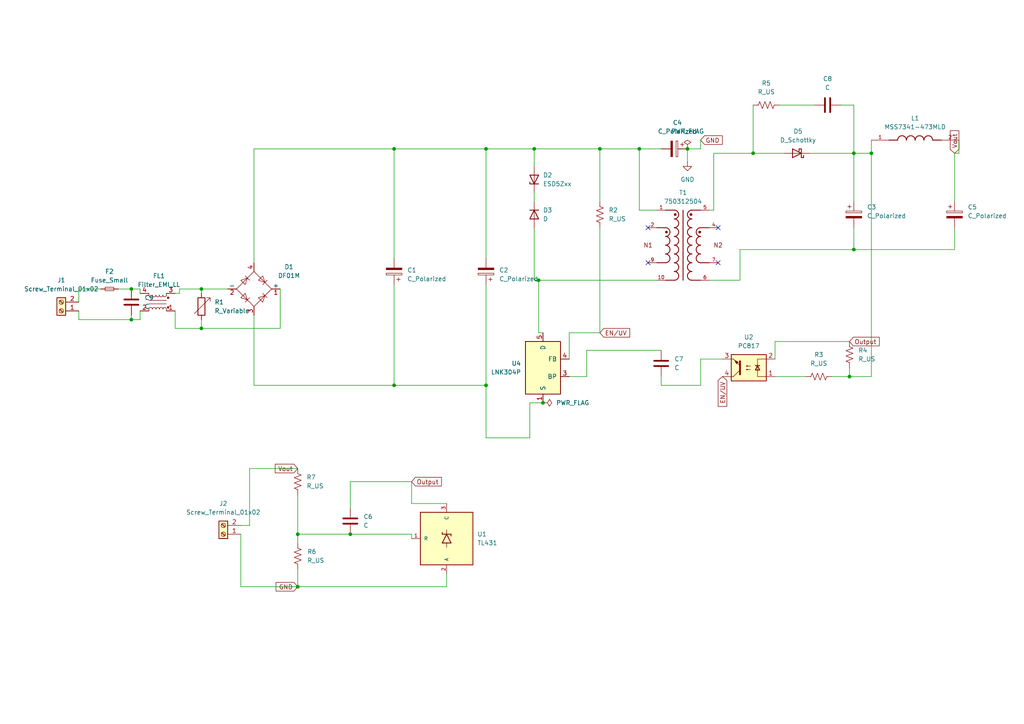
<source format=kicad_sch>
(kicad_sch
	(version 20231120)
	(generator "eeschema")
	(generator_version "8.0")
	(uuid "f40fa467-ac9a-49db-b410-dd83435dd190")
	(paper "A4")
	(lib_symbols
		(symbol "Connector:Screw_Terminal_01x02"
			(pin_names
				(offset 1.016) hide)
			(exclude_from_sim no)
			(in_bom yes)
			(on_board yes)
			(property "Reference" "J"
				(at 0 2.54 0)
				(effects
					(font
						(size 1.27 1.27)
					)
				)
			)
			(property "Value" "Screw_Terminal_01x02"
				(at 0 -5.08 0)
				(effects
					(font
						(size 1.27 1.27)
					)
				)
			)
			(property "Footprint" ""
				(at 0 0 0)
				(effects
					(font
						(size 1.27 1.27)
					)
					(hide yes)
				)
			)
			(property "Datasheet" "~"
				(at 0 0 0)
				(effects
					(font
						(size 1.27 1.27)
					)
					(hide yes)
				)
			)
			(property "Description" "Generic screw terminal, single row, 01x02, script generated (kicad-library-utils/schlib/autogen/connector/)"
				(at 0 0 0)
				(effects
					(font
						(size 1.27 1.27)
					)
					(hide yes)
				)
			)
			(property "ki_keywords" "screw terminal"
				(at 0 0 0)
				(effects
					(font
						(size 1.27 1.27)
					)
					(hide yes)
				)
			)
			(property "ki_fp_filters" "TerminalBlock*:*"
				(at 0 0 0)
				(effects
					(font
						(size 1.27 1.27)
					)
					(hide yes)
				)
			)
			(symbol "Screw_Terminal_01x02_1_1"
				(rectangle
					(start -1.27 1.27)
					(end 1.27 -3.81)
					(stroke
						(width 0.254)
						(type default)
					)
					(fill
						(type background)
					)
				)
				(circle
					(center 0 -2.54)
					(radius 0.635)
					(stroke
						(width 0.1524)
						(type default)
					)
					(fill
						(type none)
					)
				)
				(polyline
					(pts
						(xy -0.5334 -2.2098) (xy 0.3302 -3.048)
					)
					(stroke
						(width 0.1524)
						(type default)
					)
					(fill
						(type none)
					)
				)
				(polyline
					(pts
						(xy -0.5334 0.3302) (xy 0.3302 -0.508)
					)
					(stroke
						(width 0.1524)
						(type default)
					)
					(fill
						(type none)
					)
				)
				(polyline
					(pts
						(xy -0.3556 -2.032) (xy 0.508 -2.8702)
					)
					(stroke
						(width 0.1524)
						(type default)
					)
					(fill
						(type none)
					)
				)
				(polyline
					(pts
						(xy -0.3556 0.508) (xy 0.508 -0.3302)
					)
					(stroke
						(width 0.1524)
						(type default)
					)
					(fill
						(type none)
					)
				)
				(circle
					(center 0 0)
					(radius 0.635)
					(stroke
						(width 0.1524)
						(type default)
					)
					(fill
						(type none)
					)
				)
				(pin passive line
					(at -5.08 0 0)
					(length 3.81)
					(name "Pin_1"
						(effects
							(font
								(size 1.27 1.27)
							)
						)
					)
					(number "1"
						(effects
							(font
								(size 1.27 1.27)
							)
						)
					)
				)
				(pin passive line
					(at -5.08 -2.54 0)
					(length 3.81)
					(name "Pin_2"
						(effects
							(font
								(size 1.27 1.27)
							)
						)
					)
					(number "2"
						(effects
							(font
								(size 1.27 1.27)
							)
						)
					)
				)
			)
		)
		(symbol "Device:C"
			(pin_numbers hide)
			(pin_names
				(offset 0.254)
			)
			(exclude_from_sim no)
			(in_bom yes)
			(on_board yes)
			(property "Reference" "C"
				(at 0.635 2.54 0)
				(effects
					(font
						(size 1.27 1.27)
					)
					(justify left)
				)
			)
			(property "Value" "C"
				(at 0.635 -2.54 0)
				(effects
					(font
						(size 1.27 1.27)
					)
					(justify left)
				)
			)
			(property "Footprint" ""
				(at 0.9652 -3.81 0)
				(effects
					(font
						(size 1.27 1.27)
					)
					(hide yes)
				)
			)
			(property "Datasheet" "~"
				(at 0 0 0)
				(effects
					(font
						(size 1.27 1.27)
					)
					(hide yes)
				)
			)
			(property "Description" "Unpolarized capacitor"
				(at 0 0 0)
				(effects
					(font
						(size 1.27 1.27)
					)
					(hide yes)
				)
			)
			(property "ki_keywords" "cap capacitor"
				(at 0 0 0)
				(effects
					(font
						(size 1.27 1.27)
					)
					(hide yes)
				)
			)
			(property "ki_fp_filters" "C_*"
				(at 0 0 0)
				(effects
					(font
						(size 1.27 1.27)
					)
					(hide yes)
				)
			)
			(symbol "C_0_1"
				(polyline
					(pts
						(xy -2.032 -0.762) (xy 2.032 -0.762)
					)
					(stroke
						(width 0.508)
						(type default)
					)
					(fill
						(type none)
					)
				)
				(polyline
					(pts
						(xy -2.032 0.762) (xy 2.032 0.762)
					)
					(stroke
						(width 0.508)
						(type default)
					)
					(fill
						(type none)
					)
				)
			)
			(symbol "C_1_1"
				(pin passive line
					(at 0 3.81 270)
					(length 2.794)
					(name "~"
						(effects
							(font
								(size 1.27 1.27)
							)
						)
					)
					(number "1"
						(effects
							(font
								(size 1.27 1.27)
							)
						)
					)
				)
				(pin passive line
					(at 0 -3.81 90)
					(length 2.794)
					(name "~"
						(effects
							(font
								(size 1.27 1.27)
							)
						)
					)
					(number "2"
						(effects
							(font
								(size 1.27 1.27)
							)
						)
					)
				)
			)
		)
		(symbol "Device:C_Polarized"
			(pin_numbers hide)
			(pin_names
				(offset 0.254)
			)
			(exclude_from_sim no)
			(in_bom yes)
			(on_board yes)
			(property "Reference" "C"
				(at 0.635 2.54 0)
				(effects
					(font
						(size 1.27 1.27)
					)
					(justify left)
				)
			)
			(property "Value" "C_Polarized"
				(at 0.635 -2.54 0)
				(effects
					(font
						(size 1.27 1.27)
					)
					(justify left)
				)
			)
			(property "Footprint" ""
				(at 0.9652 -3.81 0)
				(effects
					(font
						(size 1.27 1.27)
					)
					(hide yes)
				)
			)
			(property "Datasheet" "~"
				(at 0 0 0)
				(effects
					(font
						(size 1.27 1.27)
					)
					(hide yes)
				)
			)
			(property "Description" "Polarized capacitor"
				(at 0 0 0)
				(effects
					(font
						(size 1.27 1.27)
					)
					(hide yes)
				)
			)
			(property "ki_keywords" "cap capacitor"
				(at 0 0 0)
				(effects
					(font
						(size 1.27 1.27)
					)
					(hide yes)
				)
			)
			(property "ki_fp_filters" "CP_*"
				(at 0 0 0)
				(effects
					(font
						(size 1.27 1.27)
					)
					(hide yes)
				)
			)
			(symbol "C_Polarized_0_1"
				(rectangle
					(start -2.286 0.508)
					(end 2.286 1.016)
					(stroke
						(width 0)
						(type default)
					)
					(fill
						(type none)
					)
				)
				(polyline
					(pts
						(xy -1.778 2.286) (xy -0.762 2.286)
					)
					(stroke
						(width 0)
						(type default)
					)
					(fill
						(type none)
					)
				)
				(polyline
					(pts
						(xy -1.27 2.794) (xy -1.27 1.778)
					)
					(stroke
						(width 0)
						(type default)
					)
					(fill
						(type none)
					)
				)
				(rectangle
					(start 2.286 -0.508)
					(end -2.286 -1.016)
					(stroke
						(width 0)
						(type default)
					)
					(fill
						(type outline)
					)
				)
			)
			(symbol "C_Polarized_1_1"
				(pin passive line
					(at 0 3.81 270)
					(length 2.794)
					(name "~"
						(effects
							(font
								(size 1.27 1.27)
							)
						)
					)
					(number "1"
						(effects
							(font
								(size 1.27 1.27)
							)
						)
					)
				)
				(pin passive line
					(at 0 -3.81 90)
					(length 2.794)
					(name "~"
						(effects
							(font
								(size 1.27 1.27)
							)
						)
					)
					(number "2"
						(effects
							(font
								(size 1.27 1.27)
							)
						)
					)
				)
			)
		)
		(symbol "Device:D"
			(pin_numbers hide)
			(pin_names
				(offset 1.016) hide)
			(exclude_from_sim no)
			(in_bom yes)
			(on_board yes)
			(property "Reference" "D"
				(at 0 2.54 0)
				(effects
					(font
						(size 1.27 1.27)
					)
				)
			)
			(property "Value" "D"
				(at 0 -2.54 0)
				(effects
					(font
						(size 1.27 1.27)
					)
				)
			)
			(property "Footprint" ""
				(at 0 0 0)
				(effects
					(font
						(size 1.27 1.27)
					)
					(hide yes)
				)
			)
			(property "Datasheet" "~"
				(at 0 0 0)
				(effects
					(font
						(size 1.27 1.27)
					)
					(hide yes)
				)
			)
			(property "Description" "Diode"
				(at 0 0 0)
				(effects
					(font
						(size 1.27 1.27)
					)
					(hide yes)
				)
			)
			(property "Sim.Device" "D"
				(at 0 0 0)
				(effects
					(font
						(size 1.27 1.27)
					)
					(hide yes)
				)
			)
			(property "Sim.Pins" "1=K 2=A"
				(at 0 0 0)
				(effects
					(font
						(size 1.27 1.27)
					)
					(hide yes)
				)
			)
			(property "ki_keywords" "diode"
				(at 0 0 0)
				(effects
					(font
						(size 1.27 1.27)
					)
					(hide yes)
				)
			)
			(property "ki_fp_filters" "TO-???* *_Diode_* *SingleDiode* D_*"
				(at 0 0 0)
				(effects
					(font
						(size 1.27 1.27)
					)
					(hide yes)
				)
			)
			(symbol "D_0_1"
				(polyline
					(pts
						(xy -1.27 1.27) (xy -1.27 -1.27)
					)
					(stroke
						(width 0.254)
						(type default)
					)
					(fill
						(type none)
					)
				)
				(polyline
					(pts
						(xy 1.27 0) (xy -1.27 0)
					)
					(stroke
						(width 0)
						(type default)
					)
					(fill
						(type none)
					)
				)
				(polyline
					(pts
						(xy 1.27 1.27) (xy 1.27 -1.27) (xy -1.27 0) (xy 1.27 1.27)
					)
					(stroke
						(width 0.254)
						(type default)
					)
					(fill
						(type none)
					)
				)
			)
			(symbol "D_1_1"
				(pin passive line
					(at -3.81 0 0)
					(length 2.54)
					(name "K"
						(effects
							(font
								(size 1.27 1.27)
							)
						)
					)
					(number "1"
						(effects
							(font
								(size 1.27 1.27)
							)
						)
					)
				)
				(pin passive line
					(at 3.81 0 180)
					(length 2.54)
					(name "A"
						(effects
							(font
								(size 1.27 1.27)
							)
						)
					)
					(number "2"
						(effects
							(font
								(size 1.27 1.27)
							)
						)
					)
				)
			)
		)
		(symbol "Device:D_Schottky"
			(pin_numbers hide)
			(pin_names
				(offset 1.016) hide)
			(exclude_from_sim no)
			(in_bom yes)
			(on_board yes)
			(property "Reference" "D"
				(at 0 2.54 0)
				(effects
					(font
						(size 1.27 1.27)
					)
				)
			)
			(property "Value" "D_Schottky"
				(at 0 -2.54 0)
				(effects
					(font
						(size 1.27 1.27)
					)
				)
			)
			(property "Footprint" ""
				(at 0 0 0)
				(effects
					(font
						(size 1.27 1.27)
					)
					(hide yes)
				)
			)
			(property "Datasheet" "~"
				(at 0 0 0)
				(effects
					(font
						(size 1.27 1.27)
					)
					(hide yes)
				)
			)
			(property "Description" "Schottky diode"
				(at 0 0 0)
				(effects
					(font
						(size 1.27 1.27)
					)
					(hide yes)
				)
			)
			(property "ki_keywords" "diode Schottky"
				(at 0 0 0)
				(effects
					(font
						(size 1.27 1.27)
					)
					(hide yes)
				)
			)
			(property "ki_fp_filters" "TO-???* *_Diode_* *SingleDiode* D_*"
				(at 0 0 0)
				(effects
					(font
						(size 1.27 1.27)
					)
					(hide yes)
				)
			)
			(symbol "D_Schottky_0_1"
				(polyline
					(pts
						(xy 1.27 0) (xy -1.27 0)
					)
					(stroke
						(width 0)
						(type default)
					)
					(fill
						(type none)
					)
				)
				(polyline
					(pts
						(xy 1.27 1.27) (xy 1.27 -1.27) (xy -1.27 0) (xy 1.27 1.27)
					)
					(stroke
						(width 0.254)
						(type default)
					)
					(fill
						(type none)
					)
				)
				(polyline
					(pts
						(xy -1.905 0.635) (xy -1.905 1.27) (xy -1.27 1.27) (xy -1.27 -1.27) (xy -0.635 -1.27) (xy -0.635 -0.635)
					)
					(stroke
						(width 0.254)
						(type default)
					)
					(fill
						(type none)
					)
				)
			)
			(symbol "D_Schottky_1_1"
				(pin passive line
					(at -3.81 0 0)
					(length 2.54)
					(name "K"
						(effects
							(font
								(size 1.27 1.27)
							)
						)
					)
					(number "1"
						(effects
							(font
								(size 1.27 1.27)
							)
						)
					)
				)
				(pin passive line
					(at 3.81 0 180)
					(length 2.54)
					(name "A"
						(effects
							(font
								(size 1.27 1.27)
							)
						)
					)
					(number "2"
						(effects
							(font
								(size 1.27 1.27)
							)
						)
					)
				)
			)
		)
		(symbol "Device:Filter_EMI_LL"
			(pin_names
				(offset 0.254) hide)
			(exclude_from_sim no)
			(in_bom yes)
			(on_board yes)
			(property "Reference" "FL"
				(at 0 4.445 0)
				(effects
					(font
						(size 1.27 1.27)
					)
				)
			)
			(property "Value" "Filter_EMI_LL"
				(at 0 -4.445 0)
				(effects
					(font
						(size 1.27 1.27)
					)
				)
			)
			(property "Footprint" ""
				(at 0 1.016 0)
				(effects
					(font
						(size 1.27 1.27)
					)
					(hide yes)
				)
			)
			(property "Datasheet" "~"
				(at 0 1.016 0)
				(effects
					(font
						(size 1.27 1.27)
					)
					(hide yes)
				)
			)
			(property "Description" "EMI 2-inductor filter"
				(at 0 0 0)
				(effects
					(font
						(size 1.27 1.27)
					)
					(hide yes)
				)
			)
			(property "ki_keywords" "EMI filter"
				(at 0 0 0)
				(effects
					(font
						(size 1.27 1.27)
					)
					(hide yes)
				)
			)
			(property "ki_fp_filters" "L_* L_CommonMode*"
				(at 0 0 0)
				(effects
					(font
						(size 1.27 1.27)
					)
					(hide yes)
				)
			)
			(symbol "Filter_EMI_LL_0_1"
				(circle
					(center -3.048 -1.27)
					(radius 0.254)
					(stroke
						(width 0)
						(type default)
					)
					(fill
						(type outline)
					)
				)
				(circle
					(center -3.048 1.524)
					(radius 0.254)
					(stroke
						(width 0)
						(type default)
					)
					(fill
						(type outline)
					)
				)
				(arc
					(start -2.54 2.032)
					(mid -2.032 1.5262)
					(end -1.524 2.032)
					(stroke
						(width 0)
						(type default)
					)
					(fill
						(type none)
					)
				)
				(arc
					(start -1.524 -2.032)
					(mid -2.032 -1.5262)
					(end -2.54 -2.032)
					(stroke
						(width 0)
						(type default)
					)
					(fill
						(type none)
					)
				)
				(arc
					(start -1.524 2.032)
					(mid -1.016 1.5262)
					(end -0.508 2.032)
					(stroke
						(width 0)
						(type default)
					)
					(fill
						(type none)
					)
				)
				(arc
					(start -0.508 -2.032)
					(mid -1.016 -1.5262)
					(end -1.524 -2.032)
					(stroke
						(width 0)
						(type default)
					)
					(fill
						(type none)
					)
				)
				(arc
					(start -0.508 2.032)
					(mid 0 1.5262)
					(end 0.508 2.032)
					(stroke
						(width 0)
						(type default)
					)
					(fill
						(type none)
					)
				)
				(polyline
					(pts
						(xy -2.54 -2.032) (xy -2.54 -2.54)
					)
					(stroke
						(width 0)
						(type default)
					)
					(fill
						(type none)
					)
				)
				(polyline
					(pts
						(xy -2.54 0.508) (xy 2.54 0.508)
					)
					(stroke
						(width 0)
						(type default)
					)
					(fill
						(type none)
					)
				)
				(polyline
					(pts
						(xy -2.54 2.032) (xy -2.54 2.54)
					)
					(stroke
						(width 0)
						(type default)
					)
					(fill
						(type none)
					)
				)
				(polyline
					(pts
						(xy 2.54 -2.032) (xy 2.54 -2.54)
					)
					(stroke
						(width 0)
						(type default)
					)
					(fill
						(type none)
					)
				)
				(polyline
					(pts
						(xy 2.54 -0.508) (xy -2.54 -0.508)
					)
					(stroke
						(width 0)
						(type default)
					)
					(fill
						(type none)
					)
				)
				(polyline
					(pts
						(xy 2.54 2.54) (xy 2.54 2.032)
					)
					(stroke
						(width 0)
						(type default)
					)
					(fill
						(type none)
					)
				)
				(arc
					(start 0.508 -2.032)
					(mid 0 -1.5262)
					(end -0.508 -2.032)
					(stroke
						(width 0)
						(type default)
					)
					(fill
						(type none)
					)
				)
				(arc
					(start 0.508 2.032)
					(mid 1.016 1.5262)
					(end 1.524 2.032)
					(stroke
						(width 0)
						(type default)
					)
					(fill
						(type none)
					)
				)
				(arc
					(start 1.524 -2.032)
					(mid 1.016 -1.5262)
					(end 0.508 -2.032)
					(stroke
						(width 0)
						(type default)
					)
					(fill
						(type none)
					)
				)
				(arc
					(start 1.524 2.032)
					(mid 2.032 1.5262)
					(end 2.54 2.032)
					(stroke
						(width 0)
						(type default)
					)
					(fill
						(type none)
					)
				)
				(arc
					(start 2.54 -2.032)
					(mid 2.032 -1.5262)
					(end 1.524 -2.032)
					(stroke
						(width 0)
						(type default)
					)
					(fill
						(type none)
					)
				)
			)
			(symbol "Filter_EMI_LL_1_1"
				(pin passive line
					(at -5.08 2.54 0)
					(length 2.54)
					(name "1"
						(effects
							(font
								(size 1.27 1.27)
							)
						)
					)
					(number "1"
						(effects
							(font
								(size 1.27 1.27)
							)
						)
					)
				)
				(pin passive line
					(at 5.08 2.54 180)
					(length 2.54)
					(name "2"
						(effects
							(font
								(size 1.27 1.27)
							)
						)
					)
					(number "2"
						(effects
							(font
								(size 1.27 1.27)
							)
						)
					)
				)
				(pin passive line
					(at -5.08 -2.54 0)
					(length 2.54)
					(name "3"
						(effects
							(font
								(size 1.27 1.27)
							)
						)
					)
					(number "3"
						(effects
							(font
								(size 1.27 1.27)
							)
						)
					)
				)
				(pin passive line
					(at 5.08 -2.54 180)
					(length 2.54)
					(name "4"
						(effects
							(font
								(size 1.27 1.27)
							)
						)
					)
					(number "4"
						(effects
							(font
								(size 1.27 1.27)
							)
						)
					)
				)
			)
		)
		(symbol "Device:Fuse_Small"
			(pin_numbers hide)
			(pin_names
				(offset 0.254) hide)
			(exclude_from_sim no)
			(in_bom yes)
			(on_board yes)
			(property "Reference" "F"
				(at 0 -1.524 0)
				(effects
					(font
						(size 1.27 1.27)
					)
				)
			)
			(property "Value" "Fuse_Small"
				(at 0 1.524 0)
				(effects
					(font
						(size 1.27 1.27)
					)
				)
			)
			(property "Footprint" ""
				(at 0 0 0)
				(effects
					(font
						(size 1.27 1.27)
					)
					(hide yes)
				)
			)
			(property "Datasheet" "~"
				(at 0 0 0)
				(effects
					(font
						(size 1.27 1.27)
					)
					(hide yes)
				)
			)
			(property "Description" "Fuse, small symbol"
				(at 0 0 0)
				(effects
					(font
						(size 1.27 1.27)
					)
					(hide yes)
				)
			)
			(property "ki_keywords" "fuse"
				(at 0 0 0)
				(effects
					(font
						(size 1.27 1.27)
					)
					(hide yes)
				)
			)
			(property "ki_fp_filters" "*Fuse*"
				(at 0 0 0)
				(effects
					(font
						(size 1.27 1.27)
					)
					(hide yes)
				)
			)
			(symbol "Fuse_Small_0_1"
				(rectangle
					(start -1.27 0.508)
					(end 1.27 -0.508)
					(stroke
						(width 0)
						(type default)
					)
					(fill
						(type none)
					)
				)
				(polyline
					(pts
						(xy -1.27 0) (xy 1.27 0)
					)
					(stroke
						(width 0)
						(type default)
					)
					(fill
						(type none)
					)
				)
			)
			(symbol "Fuse_Small_1_1"
				(pin passive line
					(at -2.54 0 0)
					(length 1.27)
					(name "~"
						(effects
							(font
								(size 1.27 1.27)
							)
						)
					)
					(number "1"
						(effects
							(font
								(size 1.27 1.27)
							)
						)
					)
				)
				(pin passive line
					(at 2.54 0 180)
					(length 1.27)
					(name "~"
						(effects
							(font
								(size 1.27 1.27)
							)
						)
					)
					(number "2"
						(effects
							(font
								(size 1.27 1.27)
							)
						)
					)
				)
			)
		)
		(symbol "Device:R_US"
			(pin_numbers hide)
			(pin_names
				(offset 0)
			)
			(exclude_from_sim no)
			(in_bom yes)
			(on_board yes)
			(property "Reference" "R"
				(at 2.54 0 90)
				(effects
					(font
						(size 1.27 1.27)
					)
				)
			)
			(property "Value" "R_US"
				(at -2.54 0 90)
				(effects
					(font
						(size 1.27 1.27)
					)
				)
			)
			(property "Footprint" ""
				(at 1.016 -0.254 90)
				(effects
					(font
						(size 1.27 1.27)
					)
					(hide yes)
				)
			)
			(property "Datasheet" "~"
				(at 0 0 0)
				(effects
					(font
						(size 1.27 1.27)
					)
					(hide yes)
				)
			)
			(property "Description" "Resistor, US symbol"
				(at 0 0 0)
				(effects
					(font
						(size 1.27 1.27)
					)
					(hide yes)
				)
			)
			(property "ki_keywords" "R res resistor"
				(at 0 0 0)
				(effects
					(font
						(size 1.27 1.27)
					)
					(hide yes)
				)
			)
			(property "ki_fp_filters" "R_*"
				(at 0 0 0)
				(effects
					(font
						(size 1.27 1.27)
					)
					(hide yes)
				)
			)
			(symbol "R_US_0_1"
				(polyline
					(pts
						(xy 0 -2.286) (xy 0 -2.54)
					)
					(stroke
						(width 0)
						(type default)
					)
					(fill
						(type none)
					)
				)
				(polyline
					(pts
						(xy 0 2.286) (xy 0 2.54)
					)
					(stroke
						(width 0)
						(type default)
					)
					(fill
						(type none)
					)
				)
				(polyline
					(pts
						(xy 0 -0.762) (xy 1.016 -1.143) (xy 0 -1.524) (xy -1.016 -1.905) (xy 0 -2.286)
					)
					(stroke
						(width 0)
						(type default)
					)
					(fill
						(type none)
					)
				)
				(polyline
					(pts
						(xy 0 0.762) (xy 1.016 0.381) (xy 0 0) (xy -1.016 -0.381) (xy 0 -0.762)
					)
					(stroke
						(width 0)
						(type default)
					)
					(fill
						(type none)
					)
				)
				(polyline
					(pts
						(xy 0 2.286) (xy 1.016 1.905) (xy 0 1.524) (xy -1.016 1.143) (xy 0 0.762)
					)
					(stroke
						(width 0)
						(type default)
					)
					(fill
						(type none)
					)
				)
			)
			(symbol "R_US_1_1"
				(pin passive line
					(at 0 3.81 270)
					(length 1.27)
					(name "~"
						(effects
							(font
								(size 1.27 1.27)
							)
						)
					)
					(number "1"
						(effects
							(font
								(size 1.27 1.27)
							)
						)
					)
				)
				(pin passive line
					(at 0 -3.81 90)
					(length 1.27)
					(name "~"
						(effects
							(font
								(size 1.27 1.27)
							)
						)
					)
					(number "2"
						(effects
							(font
								(size 1.27 1.27)
							)
						)
					)
				)
			)
		)
		(symbol "Device:R_Variable"
			(pin_numbers hide)
			(pin_names
				(offset 0)
			)
			(exclude_from_sim no)
			(in_bom yes)
			(on_board yes)
			(property "Reference" "R"
				(at 2.54 -2.54 90)
				(effects
					(font
						(size 1.27 1.27)
					)
					(justify left)
				)
			)
			(property "Value" "R_Variable"
				(at -2.54 -1.27 90)
				(effects
					(font
						(size 1.27 1.27)
					)
					(justify left)
				)
			)
			(property "Footprint" ""
				(at -1.778 0 90)
				(effects
					(font
						(size 1.27 1.27)
					)
					(hide yes)
				)
			)
			(property "Datasheet" "~"
				(at 0 0 0)
				(effects
					(font
						(size 1.27 1.27)
					)
					(hide yes)
				)
			)
			(property "Description" "Variable resistor"
				(at 0 0 0)
				(effects
					(font
						(size 1.27 1.27)
					)
					(hide yes)
				)
			)
			(property "ki_keywords" "R res resistor variable potentiometer rheostat"
				(at 0 0 0)
				(effects
					(font
						(size 1.27 1.27)
					)
					(hide yes)
				)
			)
			(property "ki_fp_filters" "R_*"
				(at 0 0 0)
				(effects
					(font
						(size 1.27 1.27)
					)
					(hide yes)
				)
			)
			(symbol "R_Variable_0_1"
				(rectangle
					(start -1.016 -2.54)
					(end 1.016 2.54)
					(stroke
						(width 0.254)
						(type default)
					)
					(fill
						(type none)
					)
				)
				(polyline
					(pts
						(xy 2.54 1.524) (xy 2.54 2.54) (xy 1.524 2.54) (xy 2.54 2.54) (xy -2.032 -2.032)
					)
					(stroke
						(width 0)
						(type default)
					)
					(fill
						(type none)
					)
				)
			)
			(symbol "R_Variable_1_1"
				(pin passive line
					(at 0 3.81 270)
					(length 1.27)
					(name "~"
						(effects
							(font
								(size 1.27 1.27)
							)
						)
					)
					(number "1"
						(effects
							(font
								(size 1.27 1.27)
							)
						)
					)
				)
				(pin passive line
					(at 0 -3.81 90)
					(length 1.27)
					(name "~"
						(effects
							(font
								(size 1.27 1.27)
							)
						)
					)
					(number "2"
						(effects
							(font
								(size 1.27 1.27)
							)
						)
					)
				)
			)
		)
		(symbol "Diode:ESD5Zxx"
			(pin_numbers hide)
			(pin_names hide)
			(exclude_from_sim no)
			(in_bom yes)
			(on_board yes)
			(property "Reference" "D"
				(at 0 2.54 0)
				(effects
					(font
						(size 1.27 1.27)
					)
				)
			)
			(property "Value" "ESD5Zxx"
				(at 0 -2.54 0)
				(effects
					(font
						(size 1.27 1.27)
					)
				)
			)
			(property "Footprint" "Diode_SMD:D_SOD-523"
				(at 0 -4.445 0)
				(effects
					(font
						(size 1.27 1.27)
					)
					(hide yes)
				)
			)
			(property "Datasheet" "https://www.onsemi.com/pdf/datasheet/esd5z2.5t1-d.pdf"
				(at 0 0 0)
				(effects
					(font
						(size 1.27 1.27)
					)
					(hide yes)
				)
			)
			(property "Description" "ESD Protection Diode, SOD-523"
				(at 0 0 0)
				(effects
					(font
						(size 1.27 1.27)
					)
					(hide yes)
				)
			)
			(property "ki_keywords" "esd tvs unidirectional diode"
				(at 0 0 0)
				(effects
					(font
						(size 1.27 1.27)
					)
					(hide yes)
				)
			)
			(property "ki_fp_filters" "D?SOD?523*"
				(at 0 0 0)
				(effects
					(font
						(size 1.27 1.27)
					)
					(hide yes)
				)
			)
			(symbol "ESD5Zxx_0_1"
				(polyline
					(pts
						(xy 1.27 0) (xy -1.27 0)
					)
					(stroke
						(width 0)
						(type default)
					)
					(fill
						(type none)
					)
				)
				(polyline
					(pts
						(xy -1.27 -1.27) (xy -1.27 1.27) (xy -0.762 1.27)
					)
					(stroke
						(width 0.254)
						(type default)
					)
					(fill
						(type none)
					)
				)
				(polyline
					(pts
						(xy 1.27 -1.27) (xy 1.27 1.27) (xy -1.27 0) (xy 1.27 -1.27)
					)
					(stroke
						(width 0.254)
						(type default)
					)
					(fill
						(type none)
					)
				)
			)
			(symbol "ESD5Zxx_1_1"
				(pin passive line
					(at -3.81 0 0)
					(length 2.54)
					(name "K"
						(effects
							(font
								(size 1.27 1.27)
							)
						)
					)
					(number "1"
						(effects
							(font
								(size 1.27 1.27)
							)
						)
					)
				)
				(pin passive line
					(at 3.81 0 180)
					(length 2.54)
					(name "A"
						(effects
							(font
								(size 1.27 1.27)
							)
						)
					)
					(number "2"
						(effects
							(font
								(size 1.27 1.27)
							)
						)
					)
				)
			)
		)
		(symbol "Diode_Bridge:DF01M"
			(pin_names
				(offset 0)
			)
			(exclude_from_sim no)
			(in_bom yes)
			(on_board yes)
			(property "Reference" "D"
				(at 2.54 6.985 0)
				(effects
					(font
						(size 1.27 1.27)
					)
					(justify left)
				)
			)
			(property "Value" "DF01M"
				(at 2.54 5.08 0)
				(effects
					(font
						(size 1.27 1.27)
					)
					(justify left)
				)
			)
			(property "Footprint" "Diode_THT:Diode_Bridge_DIP-4_W7.62mm_P5.08mm"
				(at 3.81 3.175 0)
				(effects
					(font
						(size 1.27 1.27)
					)
					(justify left)
					(hide yes)
				)
			)
			(property "Datasheet" "http://www.vishay.com/docs/88571/dfm.pdf"
				(at 0 0 0)
				(effects
					(font
						(size 1.27 1.27)
					)
					(hide yes)
				)
			)
			(property "Description" "Miniature Glass Passivated Single-Phase Bridge Rectifiers, 70V Vrms, 1.0A If, DIP-4"
				(at 0 0 0)
				(effects
					(font
						(size 1.27 1.27)
					)
					(hide yes)
				)
			)
			(property "ki_keywords" "rectifier acdc"
				(at 0 0 0)
				(effects
					(font
						(size 1.27 1.27)
					)
					(hide yes)
				)
			)
			(property "ki_fp_filters" "Diode*Bridge*DIP*W7.62mm*P5.08mm*"
				(at 0 0 0)
				(effects
					(font
						(size 1.27 1.27)
					)
					(hide yes)
				)
			)
			(symbol "DF01M_0_1"
				(polyline
					(pts
						(xy -2.54 3.81) (xy -1.27 2.54)
					)
					(stroke
						(width 0)
						(type default)
					)
					(fill
						(type none)
					)
				)
				(polyline
					(pts
						(xy -1.27 -2.54) (xy -2.54 -3.81)
					)
					(stroke
						(width 0)
						(type default)
					)
					(fill
						(type none)
					)
				)
				(polyline
					(pts
						(xy 2.54 -1.27) (xy 3.81 -2.54)
					)
					(stroke
						(width 0)
						(type default)
					)
					(fill
						(type none)
					)
				)
				(polyline
					(pts
						(xy 2.54 1.27) (xy 3.81 2.54)
					)
					(stroke
						(width 0)
						(type default)
					)
					(fill
						(type none)
					)
				)
				(polyline
					(pts
						(xy -3.81 2.54) (xy -2.54 1.27) (xy -1.905 3.175) (xy -3.81 2.54)
					)
					(stroke
						(width 0)
						(type default)
					)
					(fill
						(type none)
					)
				)
				(polyline
					(pts
						(xy -2.54 -1.27) (xy -3.81 -2.54) (xy -1.905 -3.175) (xy -2.54 -1.27)
					)
					(stroke
						(width 0)
						(type default)
					)
					(fill
						(type none)
					)
				)
				(polyline
					(pts
						(xy 1.27 2.54) (xy 2.54 3.81) (xy 3.175 1.905) (xy 1.27 2.54)
					)
					(stroke
						(width 0)
						(type default)
					)
					(fill
						(type none)
					)
				)
				(polyline
					(pts
						(xy 3.175 -1.905) (xy 1.27 -2.54) (xy 2.54 -3.81) (xy 3.175 -1.905)
					)
					(stroke
						(width 0)
						(type default)
					)
					(fill
						(type none)
					)
				)
				(polyline
					(pts
						(xy -5.08 0) (xy 0 -5.08) (xy 5.08 0) (xy 0 5.08) (xy -5.08 0)
					)
					(stroke
						(width 0)
						(type default)
					)
					(fill
						(type none)
					)
				)
			)
			(symbol "DF01M_1_1"
				(pin passive line
					(at 7.62 0 180)
					(length 2.54)
					(name "+"
						(effects
							(font
								(size 1.27 1.27)
							)
						)
					)
					(number "1"
						(effects
							(font
								(size 1.27 1.27)
							)
						)
					)
				)
				(pin passive line
					(at -7.62 0 0)
					(length 2.54)
					(name "-"
						(effects
							(font
								(size 1.27 1.27)
							)
						)
					)
					(number "2"
						(effects
							(font
								(size 1.27 1.27)
							)
						)
					)
				)
				(pin passive line
					(at 0 -7.62 90)
					(length 2.54)
					(name "~"
						(effects
							(font
								(size 1.27 1.27)
							)
						)
					)
					(number "3"
						(effects
							(font
								(size 1.27 1.27)
							)
						)
					)
				)
				(pin passive line
					(at 0 7.62 270)
					(length 2.54)
					(name "~"
						(effects
							(font
								(size 1.27 1.27)
							)
						)
					)
					(number "4"
						(effects
							(font
								(size 1.27 1.27)
							)
						)
					)
				)
			)
		)
		(symbol "Isolator:PC817"
			(pin_names
				(offset 1.016)
			)
			(exclude_from_sim no)
			(in_bom yes)
			(on_board yes)
			(property "Reference" "U"
				(at -5.08 5.08 0)
				(effects
					(font
						(size 1.27 1.27)
					)
					(justify left)
				)
			)
			(property "Value" "PC817"
				(at 0 5.08 0)
				(effects
					(font
						(size 1.27 1.27)
					)
					(justify left)
				)
			)
			(property "Footprint" "Package_DIP:DIP-4_W7.62mm"
				(at -5.08 -5.08 0)
				(effects
					(font
						(size 1.27 1.27)
						(italic yes)
					)
					(justify left)
					(hide yes)
				)
			)
			(property "Datasheet" "http://www.soselectronic.cz/a_info/resource/d/pc817.pdf"
				(at 0 0 0)
				(effects
					(font
						(size 1.27 1.27)
					)
					(justify left)
					(hide yes)
				)
			)
			(property "Description" "DC Optocoupler, Vce 35V, CTR 50-300%, DIP-4"
				(at 0 0 0)
				(effects
					(font
						(size 1.27 1.27)
					)
					(hide yes)
				)
			)
			(property "ki_keywords" "NPN DC Optocoupler"
				(at 0 0 0)
				(effects
					(font
						(size 1.27 1.27)
					)
					(hide yes)
				)
			)
			(property "ki_fp_filters" "DIP*W7.62mm*"
				(at 0 0 0)
				(effects
					(font
						(size 1.27 1.27)
					)
					(hide yes)
				)
			)
			(symbol "PC817_0_1"
				(rectangle
					(start -5.08 3.81)
					(end 5.08 -3.81)
					(stroke
						(width 0.254)
						(type default)
					)
					(fill
						(type background)
					)
				)
				(polyline
					(pts
						(xy -3.175 -0.635) (xy -1.905 -0.635)
					)
					(stroke
						(width 0.254)
						(type default)
					)
					(fill
						(type none)
					)
				)
				(polyline
					(pts
						(xy 2.54 0.635) (xy 4.445 2.54)
					)
					(stroke
						(width 0)
						(type default)
					)
					(fill
						(type none)
					)
				)
				(polyline
					(pts
						(xy 4.445 -2.54) (xy 2.54 -0.635)
					)
					(stroke
						(width 0)
						(type default)
					)
					(fill
						(type outline)
					)
				)
				(polyline
					(pts
						(xy 4.445 -2.54) (xy 5.08 -2.54)
					)
					(stroke
						(width 0)
						(type default)
					)
					(fill
						(type none)
					)
				)
				(polyline
					(pts
						(xy 4.445 2.54) (xy 5.08 2.54)
					)
					(stroke
						(width 0)
						(type default)
					)
					(fill
						(type none)
					)
				)
				(polyline
					(pts
						(xy -5.08 2.54) (xy -2.54 2.54) (xy -2.54 -0.635)
					)
					(stroke
						(width 0)
						(type default)
					)
					(fill
						(type none)
					)
				)
				(polyline
					(pts
						(xy -2.54 -0.635) (xy -2.54 -2.54) (xy -5.08 -2.54)
					)
					(stroke
						(width 0)
						(type default)
					)
					(fill
						(type none)
					)
				)
				(polyline
					(pts
						(xy 2.54 1.905) (xy 2.54 -1.905) (xy 2.54 -1.905)
					)
					(stroke
						(width 0.508)
						(type default)
					)
					(fill
						(type none)
					)
				)
				(polyline
					(pts
						(xy -2.54 -0.635) (xy -3.175 0.635) (xy -1.905 0.635) (xy -2.54 -0.635)
					)
					(stroke
						(width 0.254)
						(type default)
					)
					(fill
						(type none)
					)
				)
				(polyline
					(pts
						(xy -0.508 -0.508) (xy 0.762 -0.508) (xy 0.381 -0.635) (xy 0.381 -0.381) (xy 0.762 -0.508)
					)
					(stroke
						(width 0)
						(type default)
					)
					(fill
						(type none)
					)
				)
				(polyline
					(pts
						(xy -0.508 0.508) (xy 0.762 0.508) (xy 0.381 0.381) (xy 0.381 0.635) (xy 0.762 0.508)
					)
					(stroke
						(width 0)
						(type default)
					)
					(fill
						(type none)
					)
				)
				(polyline
					(pts
						(xy 3.048 -1.651) (xy 3.556 -1.143) (xy 4.064 -2.159) (xy 3.048 -1.651) (xy 3.048 -1.651)
					)
					(stroke
						(width 0)
						(type default)
					)
					(fill
						(type outline)
					)
				)
			)
			(symbol "PC817_1_1"
				(pin passive line
					(at -7.62 2.54 0)
					(length 2.54)
					(name "~"
						(effects
							(font
								(size 1.27 1.27)
							)
						)
					)
					(number "1"
						(effects
							(font
								(size 1.27 1.27)
							)
						)
					)
				)
				(pin passive line
					(at -7.62 -2.54 0)
					(length 2.54)
					(name "~"
						(effects
							(font
								(size 1.27 1.27)
							)
						)
					)
					(number "2"
						(effects
							(font
								(size 1.27 1.27)
							)
						)
					)
				)
				(pin passive line
					(at 7.62 -2.54 180)
					(length 2.54)
					(name "~"
						(effects
							(font
								(size 1.27 1.27)
							)
						)
					)
					(number "3"
						(effects
							(font
								(size 1.27 1.27)
							)
						)
					)
				)
				(pin passive line
					(at 7.62 2.54 180)
					(length 2.54)
					(name "~"
						(effects
							(font
								(size 1.27 1.27)
							)
						)
					)
					(number "4"
						(effects
							(font
								(size 1.27 1.27)
							)
						)
					)
				)
			)
		)
		(symbol "Regulator_Switching:LNK304P"
			(pin_names
				(offset 1.016)
			)
			(exclude_from_sim no)
			(in_bom yes)
			(on_board yes)
			(property "Reference" "U"
				(at 0 -6.35 0)
				(effects
					(font
						(size 1.27 1.27)
					)
				)
			)
			(property "Value" "LNK304P"
				(at 0 -8.89 0)
				(effects
					(font
						(size 1.27 1.27)
					)
				)
			)
			(property "Footprint" "Package_DIP:PowerIntegrations_PDIP-8B"
				(at 0 0 0)
				(effects
					(font
						(size 1.27 1.27)
						(italic yes)
					)
					(hide yes)
				)
			)
			(property "Datasheet" "http://www.powerint.com/sites/default/files/product-docs/lnk302_304-306.pdf"
				(at 0 0 0)
				(effects
					(font
						(size 1.27 1.27)
					)
					(hide yes)
				)
			)
			(property "Description" "LinkSwitch-TN Family, 170mA Output Current, DIP-8B"
				(at 0 0 0)
				(effects
					(font
						(size 1.27 1.27)
					)
					(hide yes)
				)
			)
			(property "ki_keywords" "Lowest Component Count, Energy-Efficient Off-Line Switcher IC"
				(at 0 0 0)
				(effects
					(font
						(size 1.27 1.27)
					)
					(hide yes)
				)
			)
			(property "ki_fp_filters" "PowerIntegrations?PDIP?8B*"
				(at 0 0 0)
				(effects
					(font
						(size 1.27 1.27)
					)
					(hide yes)
				)
			)
			(symbol "LNK304P_0_1"
				(rectangle
					(start -7.62 5.08)
					(end 7.62 -5.08)
					(stroke
						(width 0.254)
						(type default)
					)
					(fill
						(type background)
					)
				)
			)
			(symbol "LNK304P_1_1"
				(pin power_in line
					(at 10.16 0 180)
					(length 2.54)
					(name "S"
						(effects
							(font
								(size 1.27 1.27)
							)
						)
					)
					(number "1"
						(effects
							(font
								(size 1.27 1.27)
							)
						)
					)
				)
				(pin passive line
					(at 10.16 0 180)
					(length 2.54) hide
					(name "S"
						(effects
							(font
								(size 1.27 1.27)
							)
						)
					)
					(number "2"
						(effects
							(font
								(size 1.27 1.27)
							)
						)
					)
				)
				(pin input line
					(at 2.54 7.62 270)
					(length 2.54)
					(name "BP"
						(effects
							(font
								(size 1.27 1.27)
							)
						)
					)
					(number "3"
						(effects
							(font
								(size 1.27 1.27)
							)
						)
					)
				)
				(pin input line
					(at -2.54 7.62 270)
					(length 2.54)
					(name "FB"
						(effects
							(font
								(size 1.27 1.27)
							)
						)
					)
					(number "4"
						(effects
							(font
								(size 1.27 1.27)
							)
						)
					)
				)
				(pin open_collector line
					(at -10.16 0 0)
					(length 2.54)
					(name "D"
						(effects
							(font
								(size 1.27 1.27)
							)
						)
					)
					(number "5"
						(effects
							(font
								(size 1.27 1.27)
							)
						)
					)
				)
				(pin passive line
					(at 10.16 0 180)
					(length 2.54) hide
					(name "S"
						(effects
							(font
								(size 1.27 1.27)
							)
						)
					)
					(number "7"
						(effects
							(font
								(size 1.27 1.27)
							)
						)
					)
				)
				(pin passive line
					(at 10.16 0 180)
					(length 2.54) hide
					(name "S"
						(effects
							(font
								(size 1.27 1.27)
							)
						)
					)
					(number "8"
						(effects
							(font
								(size 1.27 1.27)
							)
						)
					)
				)
			)
		)
		(symbol "SMPStransformer:750312504"
			(pin_names
				(offset 1.016)
			)
			(exclude_from_sim no)
			(in_bom yes)
			(on_board yes)
			(property "Reference" "T"
				(at 0 11.43 0)
				(effects
					(font
						(size 1.27 1.27)
					)
					(justify bottom)
				)
			)
			(property "Value" "750312504"
				(at 0 0 0)
				(effects
					(font
						(size 1.27 1.27)
					)
					(justify bottom)
					(hide yes)
				)
			)
			(property "Footprint" "750312504:WE-FLYLT_EP13_2381"
				(at 0 0 0)
				(effects
					(font
						(size 1.27 1.27)
					)
					(justify bottom)
					(hide yes)
				)
			)
			(property "Datasheet" ""
				(at 0 0 0)
				(effects
					(font
						(size 1.27 1.27)
					)
					(hide yes)
				)
			)
			(property "Description" ""
				(at 0 0 0)
				(effects
					(font
						(size 1.27 1.27)
					)
					(hide yes)
				)
			)
			(property "Check_prices" "https://www.snapeda.com/parts/750312504/Wurth+Elektronik/view-part/?ref=eda"
				(at 0 0 0)
				(effects
					(font
						(size 1.27 1.27)
					)
					(justify bottom)
					(hide yes)
				)
			)
			(property "Package" "None"
				(at 0 0 0)
				(effects
					(font
						(size 1.27 1.27)
					)
					(justify bottom)
					(hide yes)
				)
			)
			(property "MOUNT" "SMT"
				(at 0 0 0)
				(effects
					(font
						(size 1.27 1.27)
					)
					(justify bottom)
					(hide yes)
				)
			)
			(property "L" "3.46uH"
				(at 0 0 0)
				(effects
					(font
						(size 1.27 1.27)
					)
					(justify bottom)
					(hide yes)
				)
			)
			(property "N" "1:1"
				(at 0 0 0)
				(effects
					(font
						(size 1.27 1.27)
					)
					(justify bottom)
					(hide yes)
				)
			)
			(property "SnapEDA_Link" "https://www.snapeda.com/parts/750312504/Wurth+Elektronik/view-part/?ref=snap"
				(at 0 0 0)
				(effects
					(font
						(size 1.27 1.27)
					)
					(justify bottom)
					(hide yes)
				)
			)
			(property "VT" "500V (AC)"
				(at 0 0 0)
				(effects
					(font
						(size 1.27 1.27)
					)
					(justify bottom)
					(hide yes)
				)
			)
			(property "PART-NUMBER" "750312504"
				(at 0 0 0)
				(effects
					(font
						(size 1.27 1.27)
					)
					(justify bottom)
					(hide yes)
				)
			)
			(property "ISAT" "10.2A"
				(at 0 0 0)
				(effects
					(font
						(size 1.27 1.27)
					)
					(justify bottom)
					(hide yes)
				)
			)
			(property "SIZE" "EP13"
				(at 0 0 0)
				(effects
					(font
						(size 1.27 1.27)
					)
					(justify bottom)
					(hide yes)
				)
			)
			(property "MF" "Wurth Elektronik"
				(at 0 0 0)
				(effects
					(font
						(size 1.27 1.27)
					)
					(justify bottom)
					(hide yes)
				)
			)
			(property "Description_1" "EP13 SMT: Ui = 2-5V: Uo1 = 20V/0.250A : f = 130-300kHz"
				(at 0 0 0)
				(effects
					(font
						(size 1.27 1.27)
					)
					(justify bottom)
					(hide yes)
				)
			)
			(property "Price" "None"
				(at 0 0 0)
				(effects
					(font
						(size 1.27 1.27)
					)
					(justify bottom)
					(hide yes)
				)
			)
			(property "VIN" "2 - 5.5 V (DC)"
				(at 0 0 0)
				(effects
					(font
						(size 1.27 1.27)
					)
					(justify bottom)
					(hide yes)
				)
			)
			(property "VOUT1" "20V"
				(at 0 0 0)
				(effects
					(font
						(size 1.27 1.27)
					)
					(justify bottom)
					(hide yes)
				)
			)
			(property "DATASHEET-URL" "https://www.we-online.com/redexpert/spec/750312504?ae"
				(at 0 0 0)
				(effects
					(font
						(size 1.27 1.27)
					)
					(justify bottom)
					(hide yes)
				)
			)
			(property "LS" "0.12uH"
				(at 0 0 0)
				(effects
					(font
						(size 1.27 1.27)
					)
					(justify bottom)
					(hide yes)
				)
			)
			(property "IC-REFERENCE" "LTC3300"
				(at 0 0 0)
				(effects
					(font
						(size 1.27 1.27)
					)
					(justify bottom)
					(hide yes)
				)
			)
			(property "IOUT1" "250mA"
				(at 0 0 0)
				(effects
					(font
						(size 1.27 1.27)
					)
					(justify bottom)
					(hide yes)
				)
			)
			(property "Availability" "In Stock"
				(at 0 0 0)
				(effects
					(font
						(size 1.27 1.27)
					)
					(justify bottom)
					(hide yes)
				)
			)
			(property "MP" "750312504"
				(at 0 0 0)
				(effects
					(font
						(size 1.27 1.27)
					)
					(justify bottom)
					(hide yes)
				)
			)
			(symbol "750312504_0_0"
				(arc
					(start -5.08 -5.08)
					(mid -3.8155 -3.81)
					(end -5.08 -2.54)
					(stroke
						(width 0.254)
						(type default)
					)
					(fill
						(type none)
					)
				)
				(arc
					(start -5.08 -2.54)
					(mid -3.8155 -1.27)
					(end -5.08 0)
					(stroke
						(width 0.254)
						(type default)
					)
					(fill
						(type none)
					)
				)
				(arc
					(start -5.08 0)
					(mid -3.8155 1.27)
					(end -5.08 2.54)
					(stroke
						(width 0.254)
						(type default)
					)
					(fill
						(type none)
					)
				)
				(arc
					(start -5.08 2.54)
					(mid -3.8155 3.81)
					(end -5.08 5.08)
					(stroke
						(width 0.254)
						(type default)
					)
					(fill
						(type none)
					)
				)
				(circle
					(center -4.826 3.81)
					(radius 0.2032)
					(stroke
						(width 0.381)
						(type default)
					)
					(fill
						(type none)
					)
				)
				(arc
					(start -2.54 -10.16)
					(mid -1.2755 -8.89)
					(end -2.54 -7.62)
					(stroke
						(width 0.254)
						(type default)
					)
					(fill
						(type none)
					)
				)
				(arc
					(start -2.54 -7.62)
					(mid -1.2755 -6.35)
					(end -2.54 -5.08)
					(stroke
						(width 0.254)
						(type default)
					)
					(fill
						(type none)
					)
				)
				(arc
					(start -2.54 -5.08)
					(mid -1.2755 -3.81)
					(end -2.54 -2.54)
					(stroke
						(width 0.254)
						(type default)
					)
					(fill
						(type none)
					)
				)
				(arc
					(start -2.54 -2.54)
					(mid -1.2755 -1.27)
					(end -2.54 0)
					(stroke
						(width 0.254)
						(type default)
					)
					(fill
						(type none)
					)
				)
				(arc
					(start -2.54 0)
					(mid -1.2755 1.27)
					(end -2.54 2.54)
					(stroke
						(width 0.254)
						(type default)
					)
					(fill
						(type none)
					)
				)
				(arc
					(start -2.54 2.54)
					(mid -1.2755 3.81)
					(end -2.54 5.08)
					(stroke
						(width 0.254)
						(type default)
					)
					(fill
						(type none)
					)
				)
				(arc
					(start -2.54 5.08)
					(mid -1.2755 6.35)
					(end -2.54 7.62)
					(stroke
						(width 0.254)
						(type default)
					)
					(fill
						(type none)
					)
				)
				(arc
					(start -2.54 7.62)
					(mid -1.2755 8.89)
					(end -2.54 10.16)
					(stroke
						(width 0.254)
						(type default)
					)
					(fill
						(type none)
					)
				)
				(circle
					(center -2.286 8.89)
					(radius 0.2032)
					(stroke
						(width 0.381)
						(type default)
					)
					(fill
						(type none)
					)
				)
				(polyline
					(pts
						(xy -5.08 -5.08) (xy -7.62 -5.08)
					)
					(stroke
						(width 0.254)
						(type default)
					)
					(fill
						(type none)
					)
				)
				(polyline
					(pts
						(xy -5.08 5.08) (xy -7.62 5.08)
					)
					(stroke
						(width 0.254)
						(type default)
					)
					(fill
						(type none)
					)
				)
				(polyline
					(pts
						(xy -2.54 -10.16) (xy -5.08 -10.16)
					)
					(stroke
						(width 0.254)
						(type default)
					)
					(fill
						(type none)
					)
				)
				(polyline
					(pts
						(xy -2.54 10.16) (xy -5.08 10.16)
					)
					(stroke
						(width 0.254)
						(type default)
					)
					(fill
						(type none)
					)
				)
				(polyline
					(pts
						(xy 0 10.16) (xy 0 -10.16)
					)
					(stroke
						(width 0.254)
						(type default)
					)
					(fill
						(type none)
					)
				)
				(polyline
					(pts
						(xy 2.54 -10.16) (xy 5.08 -10.16)
					)
					(stroke
						(width 0.254)
						(type default)
					)
					(fill
						(type none)
					)
				)
				(polyline
					(pts
						(xy 2.54 10.16) (xy 5.08 10.16)
					)
					(stroke
						(width 0.254)
						(type default)
					)
					(fill
						(type none)
					)
				)
				(polyline
					(pts
						(xy 5.08 -5.08) (xy 7.62 -5.08)
					)
					(stroke
						(width 0.254)
						(type default)
					)
					(fill
						(type none)
					)
				)
				(polyline
					(pts
						(xy 5.08 5.08) (xy 7.62 5.08)
					)
					(stroke
						(width 0.254)
						(type default)
					)
					(fill
						(type none)
					)
				)
				(circle
					(center 2.286 8.89)
					(radius 0.2032)
					(stroke
						(width 0.381)
						(type default)
					)
					(fill
						(type none)
					)
				)
				(arc
					(start 2.54 -7.62)
					(mid 1.2755 -8.89)
					(end 2.54 -10.16)
					(stroke
						(width 0.254)
						(type default)
					)
					(fill
						(type none)
					)
				)
				(arc
					(start 2.54 -5.08)
					(mid 1.2755 -6.35)
					(end 2.54 -7.62)
					(stroke
						(width 0.254)
						(type default)
					)
					(fill
						(type none)
					)
				)
				(arc
					(start 2.54 -2.54)
					(mid 1.2755 -3.81)
					(end 2.54 -5.08)
					(stroke
						(width 0.254)
						(type default)
					)
					(fill
						(type none)
					)
				)
				(arc
					(start 2.54 0)
					(mid 1.2755 -1.27)
					(end 2.54 -2.54)
					(stroke
						(width 0.254)
						(type default)
					)
					(fill
						(type none)
					)
				)
				(arc
					(start 2.54 2.54)
					(mid 1.2755 1.27)
					(end 2.54 0)
					(stroke
						(width 0.254)
						(type default)
					)
					(fill
						(type none)
					)
				)
				(arc
					(start 2.54 5.08)
					(mid 1.2755 3.81)
					(end 2.54 2.54)
					(stroke
						(width 0.254)
						(type default)
					)
					(fill
						(type none)
					)
				)
				(arc
					(start 2.54 7.62)
					(mid 1.2755 6.35)
					(end 2.54 5.08)
					(stroke
						(width 0.254)
						(type default)
					)
					(fill
						(type none)
					)
				)
				(arc
					(start 2.54 10.16)
					(mid 1.2755 8.89)
					(end 2.54 7.62)
					(stroke
						(width 0.254)
						(type default)
					)
					(fill
						(type none)
					)
				)
				(circle
					(center 4.826 3.81)
					(radius 0.2032)
					(stroke
						(width 0.381)
						(type default)
					)
					(fill
						(type none)
					)
				)
				(arc
					(start 5.08 -2.54)
					(mid 3.8155 -3.81)
					(end 5.08 -5.08)
					(stroke
						(width 0.254)
						(type default)
					)
					(fill
						(type none)
					)
				)
				(arc
					(start 5.08 0)
					(mid 3.8155 -1.27)
					(end 5.08 -2.54)
					(stroke
						(width 0.254)
						(type default)
					)
					(fill
						(type none)
					)
				)
				(arc
					(start 5.08 2.54)
					(mid 3.8155 1.27)
					(end 5.08 0)
					(stroke
						(width 0.254)
						(type default)
					)
					(fill
						(type none)
					)
				)
				(arc
					(start 5.08 5.08)
					(mid 3.8155 3.81)
					(end 5.08 2.54)
					(stroke
						(width 0.254)
						(type default)
					)
					(fill
						(type none)
					)
				)
				(text "N1"
					(at -10.16 0 0)
					(effects
						(font
							(size 1.27 1.27)
						)
					)
				)
				(text "N2"
					(at 10.16 0 0)
					(effects
						(font
							(size 1.27 1.27)
						)
					)
				)
				(pin passive line
					(at -7.62 10.16 0)
					(length 2.54)
					(name "~"
						(effects
							(font
								(size 1.016 1.016)
							)
						)
					)
					(number "1"
						(effects
							(font
								(size 1.016 1.016)
							)
						)
					)
				)
				(pin passive line
					(at -7.62 -10.16 0)
					(length 2.54)
					(name "~"
						(effects
							(font
								(size 1.016 1.016)
							)
						)
					)
					(number "10"
						(effects
							(font
								(size 1.016 1.016)
							)
						)
					)
				)
				(pin passive line
					(at -10.16 5.08 0)
					(length 2.54)
					(name "~"
						(effects
							(font
								(size 1.016 1.016)
							)
						)
					)
					(number "2"
						(effects
							(font
								(size 1.016 1.016)
							)
						)
					)
				)
				(pin passive line
					(at 10.16 5.08 180)
					(length 2.54)
					(name "~"
						(effects
							(font
								(size 1.016 1.016)
							)
						)
					)
					(number "4"
						(effects
							(font
								(size 1.016 1.016)
							)
						)
					)
				)
				(pin passive line
					(at 7.62 10.16 180)
					(length 2.54)
					(name "~"
						(effects
							(font
								(size 1.016 1.016)
							)
						)
					)
					(number "5"
						(effects
							(font
								(size 1.016 1.016)
							)
						)
					)
				)
				(pin passive line
					(at 7.62 -10.16 180)
					(length 2.54)
					(name "~"
						(effects
							(font
								(size 1.016 1.016)
							)
						)
					)
					(number "6"
						(effects
							(font
								(size 1.016 1.016)
							)
						)
					)
				)
				(pin passive line
					(at 10.16 -5.08 180)
					(length 2.54)
					(name "~"
						(effects
							(font
								(size 1.016 1.016)
							)
						)
					)
					(number "7"
						(effects
							(font
								(size 1.016 1.016)
							)
						)
					)
				)
				(pin passive line
					(at -10.16 -5.08 0)
					(length 2.54)
					(name "~"
						(effects
							(font
								(size 1.016 1.016)
							)
						)
					)
					(number "9"
						(effects
							(font
								(size 1.016 1.016)
							)
						)
					)
				)
			)
		)
		(symbol "TL431:TL431"
			(pin_names
				(offset 1.016)
			)
			(exclude_from_sim no)
			(in_bom yes)
			(on_board yes)
			(property "Reference" "U"
				(at 2.5442 8.9047 0)
				(effects
					(font
						(size 1.27 1.27)
					)
					(justify left bottom)
				)
			)
			(property "Value" "TL431"
				(at 2.5402 -10.1606 0)
				(effects
					(font
						(size 1.27 1.27)
					)
					(justify left bottom)
				)
			)
			(property "Footprint" "TL431:TO-92"
				(at 0 0 0)
				(effects
					(font
						(size 1.27 1.27)
					)
					(justify bottom)
					(hide yes)
				)
			)
			(property "Datasheet" ""
				(at 0 0 0)
				(effects
					(font
						(size 1.27 1.27)
					)
					(hide yes)
				)
			)
			(property "Description" ""
				(at 0 0 0)
				(effects
					(font
						(size 1.27 1.27)
					)
					(hide yes)
				)
			)
			(property "MF" "onsemi"
				(at 0 0 0)
				(effects
					(font
						(size 1.27 1.27)
					)
					(justify bottom)
					(hide yes)
				)
			)
			(property "Description_1" "\n                        \n                            IC VREF SHUNT ADJ 0.4% TO92-3\n                        \n"
				(at 0 0 0)
				(effects
					(font
						(size 1.27 1.27)
					)
					(justify bottom)
					(hide yes)
				)
			)
			(property "Package" "None"
				(at 0 0 0)
				(effects
					(font
						(size 1.27 1.27)
					)
					(justify bottom)
					(hide yes)
				)
			)
			(property "Price" "None"
				(at 0 0 0)
				(effects
					(font
						(size 1.27 1.27)
					)
					(justify bottom)
					(hide yes)
				)
			)
			(property "SnapEDA_Link" "https://www.snapeda.com/parts/TL431/Onsemi/view-part/?ref=snap"
				(at 0 0 0)
				(effects
					(font
						(size 1.27 1.27)
					)
					(justify bottom)
					(hide yes)
				)
			)
			(property "MP" "TL431"
				(at 0 0 0)
				(effects
					(font
						(size 1.27 1.27)
					)
					(justify bottom)
					(hide yes)
				)
			)
			(property "Availability" "In Stock"
				(at 0 0 0)
				(effects
					(font
						(size 1.27 1.27)
					)
					(justify bottom)
					(hide yes)
				)
			)
			(property "Check_prices" "https://www.snapeda.com/parts/TL431/Onsemi/view-part/?ref=eda"
				(at 0 0 0)
				(effects
					(font
						(size 1.27 1.27)
					)
					(justify bottom)
					(hide yes)
				)
			)
			(symbol "TL431_0_0"
				(rectangle
					(start -7.62 -7.62)
					(end 7.62 7.62)
					(stroke
						(width 0.254)
						(type default)
					)
					(fill
						(type background)
					)
				)
				(polyline
					(pts
						(xy -1.27 -1.27) (xy 0 -1.27)
					)
					(stroke
						(width 0.254)
						(type default)
					)
					(fill
						(type none)
					)
				)
				(polyline
					(pts
						(xy -1.27 1.27) (xy -1.27 1.778)
					)
					(stroke
						(width 0.254)
						(type default)
					)
					(fill
						(type none)
					)
				)
				(polyline
					(pts
						(xy -1.27 1.27) (xy 0 1.27)
					)
					(stroke
						(width 0.254)
						(type default)
					)
					(fill
						(type none)
					)
				)
				(polyline
					(pts
						(xy 0 -2.54) (xy 0 -1.27)
					)
					(stroke
						(width 0.1524)
						(type default)
					)
					(fill
						(type none)
					)
				)
				(polyline
					(pts
						(xy 0 -1.27) (xy 1.27 -1.27)
					)
					(stroke
						(width 0.254)
						(type default)
					)
					(fill
						(type none)
					)
				)
				(polyline
					(pts
						(xy 0 1.27) (xy -1.27 -1.27)
					)
					(stroke
						(width 0.254)
						(type default)
					)
					(fill
						(type none)
					)
				)
				(polyline
					(pts
						(xy 0 1.27) (xy 1.27 1.27)
					)
					(stroke
						(width 0.254)
						(type default)
					)
					(fill
						(type none)
					)
				)
				(polyline
					(pts
						(xy 0 2.54) (xy 0 1.27)
					)
					(stroke
						(width 0.1524)
						(type default)
					)
					(fill
						(type none)
					)
				)
				(polyline
					(pts
						(xy 1.27 -1.27) (xy 0 1.27)
					)
					(stroke
						(width 0.254)
						(type default)
					)
					(fill
						(type none)
					)
				)
				(polyline
					(pts
						(xy 1.27 1.27) (xy 1.27 0.762)
					)
					(stroke
						(width 0.254)
						(type default)
					)
					(fill
						(type none)
					)
				)
				(pin bidirectional line
					(at -10.16 0 0)
					(length 2.54)
					(name "R"
						(effects
							(font
								(size 1.016 1.016)
							)
						)
					)
					(number "1"
						(effects
							(font
								(size 1.016 1.016)
							)
						)
					)
				)
				(pin bidirectional line
					(at 0 -10.16 90)
					(length 2.54)
					(name "A"
						(effects
							(font
								(size 1.016 1.016)
							)
						)
					)
					(number "2"
						(effects
							(font
								(size 1.016 1.016)
							)
						)
					)
				)
				(pin bidirectional line
					(at 0 10.16 270)
					(length 2.54)
					(name "C"
						(effects
							(font
								(size 1.016 1.016)
							)
						)
					)
					(number "3"
						(effects
							(font
								(size 1.016 1.016)
							)
						)
					)
				)
			)
		)
		(symbol "inductorcoilMSS7341-473MLD:MSS7341-473MLD"
			(pin_names
				(offset 1.016)
			)
			(exclude_from_sim no)
			(in_bom yes)
			(on_board yes)
			(property "Reference" "L"
				(at -10.16 7.62 0)
				(effects
					(font
						(size 1.27 1.27)
					)
					(justify left bottom)
				)
			)
			(property "Value" "MSS7341-473MLD"
				(at -10.16 5.08 0)
				(effects
					(font
						(size 1.27 1.27)
					)
					(justify left bottom)
				)
			)
			(property "Footprint" "MSS7341-473MLD:IND_MSS7341-473MLD"
				(at 0 0 0)
				(effects
					(font
						(size 1.27 1.27)
					)
					(justify bottom)
					(hide yes)
				)
			)
			(property "Datasheet" ""
				(at 0 0 0)
				(effects
					(font
						(size 1.27 1.27)
					)
					(hide yes)
				)
			)
			(property "Description" ""
				(at 0 0 0)
				(effects
					(font
						(size 1.27 1.27)
					)
					(hide yes)
				)
			)
			(property "MF" "Coilcraft"
				(at 0 0 0)
				(effects
					(font
						(size 1.27 1.27)
					)
					(justify bottom)
					(hide yes)
				)
			)
			(property "MAXIMUM_PACKAGE_HEIGHT" "4.1mm"
				(at 0 0 0)
				(effects
					(font
						(size 1.27 1.27)
					)
					(justify bottom)
					(hide yes)
				)
			)
			(property "Package" "None"
				(at 0 0 0)
				(effects
					(font
						(size 1.27 1.27)
					)
					(justify bottom)
					(hide yes)
				)
			)
			(property "Price" "None"
				(at 0 0 0)
				(effects
					(font
						(size 1.27 1.27)
					)
					(justify bottom)
					(hide yes)
				)
			)
			(property "Check_prices" "https://www.snapeda.com/parts/MSS7341-473MLD/Coilcraft/view-part/?ref=eda"
				(at 0 0 0)
				(effects
					(font
						(size 1.27 1.27)
					)
					(justify bottom)
					(hide yes)
				)
			)
			(property "STANDARD" "Manufacturer Recommendations"
				(at 0 0 0)
				(effects
					(font
						(size 1.27 1.27)
					)
					(justify bottom)
					(hide yes)
				)
			)
			(property "PARTREV" "02/08/17"
				(at 0 0 0)
				(effects
					(font
						(size 1.27 1.27)
					)
					(justify bottom)
					(hide yes)
				)
			)
			(property "SnapEDA_Link" "https://www.snapeda.com/parts/MSS7341-473MLD/Coilcraft/view-part/?ref=snap"
				(at 0 0 0)
				(effects
					(font
						(size 1.27 1.27)
					)
					(justify bottom)
					(hide yes)
				)
			)
			(property "MP" "MSS7341-473MLD"
				(at 0 0 0)
				(effects
					(font
						(size 1.27 1.27)
					)
					(justify bottom)
					(hide yes)
				)
			)
			(property "Description_1" "\n                        \n                            INDUCTOR, PWR, 47UH, 1.85A,20%,14MHZ; Product Range:Coilcraft - MSS7341 Series; Inductance:47µH; Inductance Tolerance:± 20%; DC Resistance Max:0.155ohm; DC Current Rating:1.85A; Self Resonant Frequency:14MHz; Inductor Case Style:SMD; Core Material:(Not Applicable)\n                        \n"
				(at 0 0 0)
				(effects
					(font
						(size 1.27 1.27)
					)
					(justify bottom)
					(hide yes)
				)
			)
			(property "Availability" "In Stock"
				(at 0 0 0)
				(effects
					(font
						(size 1.27 1.27)
					)
					(justify bottom)
					(hide yes)
				)
			)
			(property "MANUFACTURER" "COILCRAFT"
				(at 0 0 0)
				(effects
					(font
						(size 1.27 1.27)
					)
					(justify bottom)
					(hide yes)
				)
			)
			(symbol "MSS7341-473MLD_0_0"
				(arc
					(start -2.54 0)
					(mid -3.81 1.2645)
					(end -5.08 0)
					(stroke
						(width 0.254)
						(type default)
					)
					(fill
						(type none)
					)
				)
				(arc
					(start 0 0)
					(mid -1.27 1.2645)
					(end -2.54 0)
					(stroke
						(width 0.254)
						(type default)
					)
					(fill
						(type none)
					)
				)
				(polyline
					(pts
						(xy -5.08 0) (xy -7.62 0)
					)
					(stroke
						(width 0.254)
						(type default)
					)
					(fill
						(type none)
					)
				)
				(polyline
					(pts
						(xy 5.08 0) (xy 7.62 0)
					)
					(stroke
						(width 0.254)
						(type default)
					)
					(fill
						(type none)
					)
				)
				(arc
					(start 2.54 0)
					(mid 1.27 1.2645)
					(end 0 0)
					(stroke
						(width 0.254)
						(type default)
					)
					(fill
						(type none)
					)
				)
				(arc
					(start 5.08 0)
					(mid 3.81 1.2645)
					(end 2.54 0)
					(stroke
						(width 0.254)
						(type default)
					)
					(fill
						(type none)
					)
				)
				(pin passive line
					(at -12.7 0 0)
					(length 5.08)
					(name "~"
						(effects
							(font
								(size 1.016 1.016)
							)
						)
					)
					(number "1"
						(effects
							(font
								(size 1.016 1.016)
							)
						)
					)
				)
				(pin passive line
					(at 12.7 0 180)
					(length 5.08)
					(name "~"
						(effects
							(font
								(size 1.016 1.016)
							)
						)
					)
					(number "2"
						(effects
							(font
								(size 1.016 1.016)
							)
						)
					)
				)
			)
		)
		(symbol "power:GND"
			(power)
			(pin_numbers hide)
			(pin_names
				(offset 0) hide)
			(exclude_from_sim no)
			(in_bom yes)
			(on_board yes)
			(property "Reference" "#PWR"
				(at 0 -6.35 0)
				(effects
					(font
						(size 1.27 1.27)
					)
					(hide yes)
				)
			)
			(property "Value" "GND"
				(at 0 -3.81 0)
				(effects
					(font
						(size 1.27 1.27)
					)
				)
			)
			(property "Footprint" ""
				(at 0 0 0)
				(effects
					(font
						(size 1.27 1.27)
					)
					(hide yes)
				)
			)
			(property "Datasheet" ""
				(at 0 0 0)
				(effects
					(font
						(size 1.27 1.27)
					)
					(hide yes)
				)
			)
			(property "Description" "Power symbol creates a global label with name \"GND\" , ground"
				(at 0 0 0)
				(effects
					(font
						(size 1.27 1.27)
					)
					(hide yes)
				)
			)
			(property "ki_keywords" "global power"
				(at 0 0 0)
				(effects
					(font
						(size 1.27 1.27)
					)
					(hide yes)
				)
			)
			(symbol "GND_0_1"
				(polyline
					(pts
						(xy 0 0) (xy 0 -1.27) (xy 1.27 -1.27) (xy 0 -2.54) (xy -1.27 -1.27) (xy 0 -1.27)
					)
					(stroke
						(width 0)
						(type default)
					)
					(fill
						(type none)
					)
				)
			)
			(symbol "GND_1_1"
				(pin power_in line
					(at 0 0 270)
					(length 0)
					(name "~"
						(effects
							(font
								(size 1.27 1.27)
							)
						)
					)
					(number "1"
						(effects
							(font
								(size 1.27 1.27)
							)
						)
					)
				)
			)
		)
		(symbol "power:PWR_FLAG"
			(power)
			(pin_numbers hide)
			(pin_names
				(offset 0) hide)
			(exclude_from_sim no)
			(in_bom yes)
			(on_board yes)
			(property "Reference" "#FLG"
				(at 0 1.905 0)
				(effects
					(font
						(size 1.27 1.27)
					)
					(hide yes)
				)
			)
			(property "Value" "PWR_FLAG"
				(at 0 3.81 0)
				(effects
					(font
						(size 1.27 1.27)
					)
				)
			)
			(property "Footprint" ""
				(at 0 0 0)
				(effects
					(font
						(size 1.27 1.27)
					)
					(hide yes)
				)
			)
			(property "Datasheet" "~"
				(at 0 0 0)
				(effects
					(font
						(size 1.27 1.27)
					)
					(hide yes)
				)
			)
			(property "Description" "Special symbol for telling ERC where power comes from"
				(at 0 0 0)
				(effects
					(font
						(size 1.27 1.27)
					)
					(hide yes)
				)
			)
			(property "ki_keywords" "flag power"
				(at 0 0 0)
				(effects
					(font
						(size 1.27 1.27)
					)
					(hide yes)
				)
			)
			(symbol "PWR_FLAG_0_0"
				(pin power_out line
					(at 0 0 90)
					(length 0)
					(name "~"
						(effects
							(font
								(size 1.27 1.27)
							)
						)
					)
					(number "1"
						(effects
							(font
								(size 1.27 1.27)
							)
						)
					)
				)
			)
			(symbol "PWR_FLAG_0_1"
				(polyline
					(pts
						(xy 0 0) (xy 0 1.27) (xy -1.016 1.905) (xy 0 2.54) (xy 1.016 1.905) (xy 0 1.27)
					)
					(stroke
						(width 0)
						(type default)
					)
					(fill
						(type none)
					)
				)
			)
		)
	)
	(junction
		(at 246.38 109.22)
		(diameter 0)
		(color 0 0 0 0)
		(uuid "1a88665f-530c-4772-9947-8ddef1f1783a")
	)
	(junction
		(at 247.65 72.39)
		(diameter 0)
		(color 0 0 0 0)
		(uuid "1b8efc6b-f798-46f5-9065-723090573c4e")
	)
	(junction
		(at 38.1 92.71)
		(diameter 0)
		(color 0 0 0 0)
		(uuid "2e744e71-f94d-4beb-945d-3f421e3e392b")
	)
	(junction
		(at 114.3 111.76)
		(diameter 0)
		(color 0 0 0 0)
		(uuid "33abafb4-167d-4ae4-bdea-397cd17b2d2a")
	)
	(junction
		(at 140.97 43.18)
		(diameter 0)
		(color 0 0 0 0)
		(uuid "42c30b2d-c157-43b7-8e7e-88bc69fe26bb")
	)
	(junction
		(at 252.73 44.45)
		(diameter 0)
		(color 0 0 0 0)
		(uuid "42f457a6-93af-45e1-98e8-8b95a8193004")
	)
	(junction
		(at 173.99 43.18)
		(diameter 0)
		(color 0 0 0 0)
		(uuid "49589046-2812-4568-aa79-08fc809e77df")
	)
	(junction
		(at 157.48 116.84)
		(diameter 0)
		(color 0 0 0 0)
		(uuid "5a559e56-8a0d-4088-a2b7-5e10d7467d4a")
	)
	(junction
		(at 101.6 154.94)
		(diameter 0)
		(color 0 0 0 0)
		(uuid "6d116a2c-8b53-4d1f-b150-c585b27e7582")
	)
	(junction
		(at 140.97 111.76)
		(diameter 0)
		(color 0 0 0 0)
		(uuid "6d47584a-a3b3-4778-8439-1c327c8d4e33")
	)
	(junction
		(at 38.1 83.82)
		(diameter 0)
		(color 0 0 0 0)
		(uuid "7a96e438-0450-4e63-908a-a4b505e2b502")
	)
	(junction
		(at 156.21 81.28)
		(diameter 0)
		(color 0 0 0 0)
		(uuid "7f99a550-436a-47e4-9046-0b5a96ecac8b")
	)
	(junction
		(at 86.36 170.18)
		(diameter 0)
		(color 0 0 0 0)
		(uuid "8a423fb9-48b4-4962-93a1-b70dabb7eea9")
	)
	(junction
		(at 185.42 43.18)
		(diameter 0)
		(color 0 0 0 0)
		(uuid "8b774701-f035-4d92-87b8-e5af2c287766")
	)
	(junction
		(at 218.44 44.45)
		(diameter 0)
		(color 0 0 0 0)
		(uuid "94e2fa93-f116-4996-9009-bea032a6011a")
	)
	(junction
		(at 154.94 43.18)
		(diameter 0)
		(color 0 0 0 0)
		(uuid "ab71a161-d6ea-402e-9c72-0bc34873f43a")
	)
	(junction
		(at 247.65 44.45)
		(diameter 0)
		(color 0 0 0 0)
		(uuid "bf1c08ca-7972-4029-8ae0-dc74cb2a0bb6")
	)
	(junction
		(at 114.3 43.18)
		(diameter 0)
		(color 0 0 0 0)
		(uuid "dd75ec1c-3f23-4809-b734-6972f55b0885")
	)
	(junction
		(at 58.42 95.25)
		(diameter 0)
		(color 0 0 0 0)
		(uuid "de3fda74-9bcb-4db3-a3a9-0a451c0f28be")
	)
	(junction
		(at 58.42 83.82)
		(diameter 0)
		(color 0 0 0 0)
		(uuid "e169efff-1803-4a2c-8582-3574aa96ae63")
	)
	(junction
		(at 86.36 154.94)
		(diameter 0)
		(color 0 0 0 0)
		(uuid "e825fe25-3aa0-4108-9695-7aaa1a33df4b")
	)
	(junction
		(at 199.39 43.18)
		(diameter 0)
		(color 0 0 0 0)
		(uuid "ec042f2e-1529-4339-8803-db3240c0822d")
	)
	(no_connect
		(at 208.28 76.2)
		(uuid "0c3ca0db-5743-4bf2-b274-3769ee5fdceb")
	)
	(no_connect
		(at 187.96 76.2)
		(uuid "5139545f-b3e0-44dc-924a-20ba05c73250")
	)
	(no_connect
		(at 187.96 66.04)
		(uuid "65a01e00-a926-4d1a-b141-1d43982e5b6e")
	)
	(no_connect
		(at 208.28 66.04)
		(uuid "f8a0a665-fb61-4207-87a5-ed1044842ca2")
	)
	(wire
		(pts
			(xy 234.95 44.45) (xy 247.65 44.45)
		)
		(stroke
			(width 0)
			(type default)
		)
		(uuid "02155dfc-d870-42ed-977e-cddaac05c8db")
	)
	(wire
		(pts
			(xy 38.1 91.44) (xy 38.1 92.71)
		)
		(stroke
			(width 0)
			(type default)
		)
		(uuid "02df5371-88bd-4119-98a6-cdd0c3b1ad4e")
	)
	(wire
		(pts
			(xy 156.21 81.28) (xy 190.5 81.28)
		)
		(stroke
			(width 0)
			(type default)
		)
		(uuid "04eb4079-dc7b-41e1-a5b6-82a1e9a5578a")
	)
	(wire
		(pts
			(xy 154.94 43.18) (xy 173.99 43.18)
		)
		(stroke
			(width 0)
			(type default)
		)
		(uuid "0a41b35f-776a-40ec-90b2-8c27a066aa03")
	)
	(wire
		(pts
			(xy 140.97 43.18) (xy 140.97 74.93)
		)
		(stroke
			(width 0)
			(type default)
		)
		(uuid "0d2f4144-84b9-446f-ad1e-c8b364c83d13")
	)
	(wire
		(pts
			(xy 252.73 40.64) (xy 252.73 44.45)
		)
		(stroke
			(width 0)
			(type default)
		)
		(uuid "0d4cae8a-5bcd-46cc-be6a-dee5bb7d0d0c")
	)
	(wire
		(pts
			(xy 73.66 111.76) (xy 114.3 111.76)
		)
		(stroke
			(width 0)
			(type default)
		)
		(uuid "0d781f84-ea1c-4e02-a7c3-296ff8259112")
	)
	(wire
		(pts
			(xy 191.77 111.76) (xy 203.2 111.76)
		)
		(stroke
			(width 0)
			(type default)
		)
		(uuid "0e8c1e07-5544-4194-8529-9399d3bd3d23")
	)
	(wire
		(pts
			(xy 246.38 109.22) (xy 252.73 109.22)
		)
		(stroke
			(width 0)
			(type default)
		)
		(uuid "0f20a526-9450-4c16-bb17-65c4df7a463f")
	)
	(wire
		(pts
			(xy 276.86 66.04) (xy 276.86 72.39)
		)
		(stroke
			(width 0)
			(type default)
		)
		(uuid "118389dd-4dd6-4d6f-9876-4c5d76895db2")
	)
	(wire
		(pts
			(xy 247.65 44.45) (xy 247.65 58.42)
		)
		(stroke
			(width 0)
			(type default)
		)
		(uuid "143b6a17-deea-451e-b3ab-831c187bf14b")
	)
	(wire
		(pts
			(xy 40.64 90.17) (xy 40.64 92.71)
		)
		(stroke
			(width 0)
			(type default)
		)
		(uuid "1a79b065-5a50-4013-ba47-fd9479d97e11")
	)
	(wire
		(pts
			(xy 156.21 81.28) (xy 156.21 96.52)
		)
		(stroke
			(width 0)
			(type default)
		)
		(uuid "246ba12d-7151-49a4-872a-b1b03f281136")
	)
	(wire
		(pts
			(xy 278.13 40.64) (xy 278.13 44.45)
		)
		(stroke
			(width 0)
			(type default)
		)
		(uuid "26981c0b-bcae-4072-bdd8-75e4a5d5edc4")
	)
	(wire
		(pts
			(xy 276.86 44.45) (xy 276.86 58.42)
		)
		(stroke
			(width 0)
			(type default)
		)
		(uuid "28c095e6-5524-42b7-9293-a5cf76a07a1b")
	)
	(wire
		(pts
			(xy 86.36 154.94) (xy 86.36 157.48)
		)
		(stroke
			(width 0)
			(type default)
		)
		(uuid "29c8fe97-0e7c-47f4-a088-a985463230ae")
	)
	(wire
		(pts
			(xy 22.86 92.71) (xy 38.1 92.71)
		)
		(stroke
			(width 0)
			(type default)
		)
		(uuid "2a07b4a6-31bb-4af4-b6e4-145d5616f0bf")
	)
	(wire
		(pts
			(xy 86.36 170.18) (xy 129.54 170.18)
		)
		(stroke
			(width 0)
			(type default)
		)
		(uuid "2c8f7172-a35a-4231-aab7-745648729a60")
	)
	(wire
		(pts
			(xy 207.01 60.96) (xy 205.74 60.96)
		)
		(stroke
			(width 0)
			(type default)
		)
		(uuid "2d17a50c-1ade-40fa-949c-c935eaf00a9b")
	)
	(wire
		(pts
			(xy 156.21 96.52) (xy 157.48 96.52)
		)
		(stroke
			(width 0)
			(type default)
		)
		(uuid "2e0d9587-37a8-439f-80d5-deb21cb0434e")
	)
	(wire
		(pts
			(xy 165.1 109.22) (xy 170.18 109.22)
		)
		(stroke
			(width 0)
			(type default)
		)
		(uuid "2eb4d5d2-0bcf-443f-be50-a3b0da912b00")
	)
	(wire
		(pts
			(xy 129.54 170.18) (xy 129.54 166.37)
		)
		(stroke
			(width 0)
			(type default)
		)
		(uuid "31deabe2-2025-426e-b81b-250cee684807")
	)
	(wire
		(pts
			(xy 173.99 66.04) (xy 173.99 96.52)
		)
		(stroke
			(width 0)
			(type default)
		)
		(uuid "33c7ffe1-7fd6-4bd9-ab6b-9d3656ca9795")
	)
	(wire
		(pts
			(xy 50.8 90.17) (xy 50.8 95.25)
		)
		(stroke
			(width 0)
			(type default)
		)
		(uuid "39f66699-fb58-4200-a5d8-2af040925350")
	)
	(wire
		(pts
			(xy 119.38 146.05) (xy 119.38 139.7)
		)
		(stroke
			(width 0)
			(type default)
		)
		(uuid "3bc5d50e-0619-4f5e-924d-ef902a78f8e3")
	)
	(wire
		(pts
			(xy 114.3 43.18) (xy 140.97 43.18)
		)
		(stroke
			(width 0)
			(type default)
		)
		(uuid "3df16a50-4ec2-427e-b383-77d621b97c1a")
	)
	(wire
		(pts
			(xy 140.97 82.55) (xy 140.97 111.76)
		)
		(stroke
			(width 0)
			(type default)
		)
		(uuid "3ef158fe-a938-4c32-a71f-30710e410df3")
	)
	(wire
		(pts
			(xy 101.6 147.32) (xy 101.6 139.7)
		)
		(stroke
			(width 0)
			(type default)
		)
		(uuid "3f583f6d-da0d-4748-bf1d-734b5a236842")
	)
	(wire
		(pts
			(xy 247.65 66.04) (xy 247.65 72.39)
		)
		(stroke
			(width 0)
			(type default)
		)
		(uuid "47274eec-f668-40a2-bf0e-c1973fb74603")
	)
	(wire
		(pts
			(xy 246.38 109.22) (xy 246.38 106.68)
		)
		(stroke
			(width 0)
			(type default)
		)
		(uuid "4807b9c1-5ad5-407a-9bd6-f6ddb8c8751d")
	)
	(wire
		(pts
			(xy 165.1 104.14) (xy 165.1 96.52)
		)
		(stroke
			(width 0)
			(type default)
		)
		(uuid "48d7927d-8e83-4576-92ed-c79c1a36d8eb")
	)
	(wire
		(pts
			(xy 114.3 82.55) (xy 114.3 111.76)
		)
		(stroke
			(width 0)
			(type default)
		)
		(uuid "4d0779a9-1990-4c0c-b1bb-ea2daba9e1d6")
	)
	(wire
		(pts
			(xy 247.65 72.39) (xy 276.86 72.39)
		)
		(stroke
			(width 0)
			(type default)
		)
		(uuid "4ebe9448-3665-4eae-826a-129c35ba62f7")
	)
	(wire
		(pts
			(xy 69.85 152.4) (xy 72.39 152.4)
		)
		(stroke
			(width 0)
			(type default)
		)
		(uuid "5069bebf-c1e3-43d6-a6ca-f4a882a08097")
	)
	(wire
		(pts
			(xy 203.2 43.18) (xy 203.2 40.64)
		)
		(stroke
			(width 0)
			(type default)
		)
		(uuid "50a0e7ff-abdb-4d52-a8db-189c826d1420")
	)
	(wire
		(pts
			(xy 214.63 72.39) (xy 247.65 72.39)
		)
		(stroke
			(width 0)
			(type default)
		)
		(uuid "52688c7d-6d58-469a-b1a3-5c2ab3f4a71d")
	)
	(wire
		(pts
			(xy 22.86 87.63) (xy 22.86 83.82)
		)
		(stroke
			(width 0)
			(type default)
		)
		(uuid "58bce9b1-fbbe-4238-be3d-96b510b93040")
	)
	(wire
		(pts
			(xy 153.67 116.84) (xy 157.48 116.84)
		)
		(stroke
			(width 0)
			(type default)
		)
		(uuid "5fa848ed-22b9-4b30-8fbd-48f0c96d3845")
	)
	(wire
		(pts
			(xy 140.97 111.76) (xy 140.97 127)
		)
		(stroke
			(width 0)
			(type default)
		)
		(uuid "65e1d5ba-390d-45e0-b4ba-9256f432673a")
	)
	(wire
		(pts
			(xy 153.67 116.84) (xy 153.67 127)
		)
		(stroke
			(width 0)
			(type default)
		)
		(uuid "65e850bb-a3ed-48e6-b7ba-f044a9a6121a")
	)
	(wire
		(pts
			(xy 214.63 81.28) (xy 205.74 81.28)
		)
		(stroke
			(width 0)
			(type default)
		)
		(uuid "666b1272-ab2a-425a-ba3a-cd9361b20479")
	)
	(wire
		(pts
			(xy 140.97 127) (xy 153.67 127)
		)
		(stroke
			(width 0)
			(type default)
		)
		(uuid "694fedea-bc0d-49b9-90e0-60e8c1432c1e")
	)
	(wire
		(pts
			(xy 69.85 154.94) (xy 69.85 170.18)
		)
		(stroke
			(width 0)
			(type default)
		)
		(uuid "699d5b26-2061-40e4-9309-af04e9fb0cc1")
	)
	(wire
		(pts
			(xy 154.94 55.88) (xy 154.94 58.42)
		)
		(stroke
			(width 0)
			(type default)
		)
		(uuid "6ab784e1-2523-4817-ab8b-63a74a8b9afe")
	)
	(wire
		(pts
			(xy 199.39 43.18) (xy 199.39 46.99)
		)
		(stroke
			(width 0)
			(type default)
		)
		(uuid "6b0dc3b6-b37f-419b-8943-9939c6e553b0")
	)
	(wire
		(pts
			(xy 114.3 111.76) (xy 140.97 111.76)
		)
		(stroke
			(width 0)
			(type default)
		)
		(uuid "6d77264b-4f46-47ab-b65f-7e89d8851bd4")
	)
	(wire
		(pts
			(xy 58.42 92.71) (xy 58.42 95.25)
		)
		(stroke
			(width 0)
			(type default)
		)
		(uuid "6e2675eb-374e-4055-911c-dc38949c619e")
	)
	(wire
		(pts
			(xy 218.44 44.45) (xy 227.33 44.45)
		)
		(stroke
			(width 0)
			(type default)
		)
		(uuid "71701616-ecbd-4d21-8d0e-1a1be0d3c92c")
	)
	(wire
		(pts
			(xy 247.65 44.45) (xy 252.73 44.45)
		)
		(stroke
			(width 0)
			(type default)
		)
		(uuid "74083e62-617d-4e32-b57b-01ae2fea9a2d")
	)
	(wire
		(pts
			(xy 154.94 66.04) (xy 154.94 81.28)
		)
		(stroke
			(width 0)
			(type default)
		)
		(uuid "75addfdd-ec5e-4eea-a471-73351f7b22c1")
	)
	(wire
		(pts
			(xy 52.07 85.09) (xy 52.07 83.82)
		)
		(stroke
			(width 0)
			(type default)
		)
		(uuid "7a67516d-f675-495e-9ee7-b123b5769784")
	)
	(wire
		(pts
			(xy 173.99 43.18) (xy 185.42 43.18)
		)
		(stroke
			(width 0)
			(type default)
		)
		(uuid "7ce3f791-2db2-472c-a09a-0790965a67c4")
	)
	(wire
		(pts
			(xy 185.42 43.18) (xy 191.77 43.18)
		)
		(stroke
			(width 0)
			(type default)
		)
		(uuid "7e10b47f-54fc-4636-8de8-009157762c44")
	)
	(wire
		(pts
			(xy 73.66 91.44) (xy 73.66 111.76)
		)
		(stroke
			(width 0)
			(type default)
		)
		(uuid "805bc2c4-5eef-4245-a992-1fbab1ae86af")
	)
	(wire
		(pts
			(xy 50.8 95.25) (xy 58.42 95.25)
		)
		(stroke
			(width 0)
			(type default)
		)
		(uuid "86f6542e-d64c-46bd-8cb0-79161e32e5e2")
	)
	(wire
		(pts
			(xy 203.2 104.14) (xy 209.55 104.14)
		)
		(stroke
			(width 0)
			(type default)
		)
		(uuid "896ef3e0-d0ea-41c3-8d9e-20b03648f546")
	)
	(wire
		(pts
			(xy 50.8 85.09) (xy 52.07 85.09)
		)
		(stroke
			(width 0)
			(type default)
		)
		(uuid "899c2ea9-c0ce-4db5-800c-01abf99e1c3d")
	)
	(wire
		(pts
			(xy 203.2 111.76) (xy 203.2 104.14)
		)
		(stroke
			(width 0)
			(type default)
		)
		(uuid "89d34560-d9ca-41f9-949e-14559fb3f2dc")
	)
	(wire
		(pts
			(xy 86.36 154.94) (xy 101.6 154.94)
		)
		(stroke
			(width 0)
			(type default)
		)
		(uuid "8aa574f9-c9d9-41bf-bfe4-df826c1aae95")
	)
	(wire
		(pts
			(xy 73.66 76.2) (xy 73.66 43.18)
		)
		(stroke
			(width 0)
			(type default)
		)
		(uuid "8b374321-f1a7-4ee7-9cc0-06fdc8280675")
	)
	(wire
		(pts
			(xy 185.42 60.96) (xy 190.5 60.96)
		)
		(stroke
			(width 0)
			(type default)
		)
		(uuid "8c616f5f-3ea6-4944-b57b-59945ef1f938")
	)
	(wire
		(pts
			(xy 72.39 135.89) (xy 86.36 135.89)
		)
		(stroke
			(width 0)
			(type default)
		)
		(uuid "8f15f5e0-7e02-41c5-9a34-0ea0806ad350")
	)
	(wire
		(pts
			(xy 224.79 104.14) (xy 224.79 99.06)
		)
		(stroke
			(width 0)
			(type default)
		)
		(uuid "8ff330f1-d977-43ac-9388-5b4330e40b63")
	)
	(wire
		(pts
			(xy 52.07 83.82) (xy 58.42 83.82)
		)
		(stroke
			(width 0)
			(type default)
		)
		(uuid "90bbd101-d659-478d-a90e-a7ef7dd459e3")
	)
	(wire
		(pts
			(xy 207.01 44.45) (xy 218.44 44.45)
		)
		(stroke
			(width 0)
			(type default)
		)
		(uuid "92ff8c1b-e2ea-4d03-94e9-c1c8a67465f7")
	)
	(wire
		(pts
			(xy 207.01 44.45) (xy 207.01 60.96)
		)
		(stroke
			(width 0)
			(type default)
		)
		(uuid "9591c8cc-347c-4d93-907d-803fb812e924")
	)
	(wire
		(pts
			(xy 241.3 109.22) (xy 246.38 109.22)
		)
		(stroke
			(width 0)
			(type default)
		)
		(uuid "9984aa25-eacc-49d7-b43f-fcf1df766f84")
	)
	(wire
		(pts
			(xy 224.79 99.06) (xy 246.38 99.06)
		)
		(stroke
			(width 0)
			(type default)
		)
		(uuid "9bb884d6-4615-4666-8d27-55984e3a4b26")
	)
	(wire
		(pts
			(xy 218.44 30.48) (xy 218.44 44.45)
		)
		(stroke
			(width 0)
			(type default)
		)
		(uuid "a0464406-3321-4f20-9416-7f1da3565a90")
	)
	(wire
		(pts
			(xy 154.94 43.18) (xy 154.94 48.26)
		)
		(stroke
			(width 0)
			(type default)
		)
		(uuid "a64dda61-90ae-4c98-98bb-b8a47aada657")
	)
	(wire
		(pts
			(xy 101.6 154.94) (xy 119.38 154.94)
		)
		(stroke
			(width 0)
			(type default)
		)
		(uuid "a71b0668-2ded-4dbe-984c-3f576a998388")
	)
	(wire
		(pts
			(xy 243.84 30.48) (xy 247.65 30.48)
		)
		(stroke
			(width 0)
			(type default)
		)
		(uuid "add95a23-c04a-4fdf-a334-6cb7e99a7ac9")
	)
	(wire
		(pts
			(xy 101.6 139.7) (xy 119.38 139.7)
		)
		(stroke
			(width 0)
			(type default)
		)
		(uuid "b1c7c3a4-4d36-4fab-8df8-a348cf43ec69")
	)
	(wire
		(pts
			(xy 86.36 143.51) (xy 86.36 154.94)
		)
		(stroke
			(width 0)
			(type default)
		)
		(uuid "b7002141-1554-4776-a934-032261f627df")
	)
	(wire
		(pts
			(xy 34.29 83.82) (xy 38.1 83.82)
		)
		(stroke
			(width 0)
			(type default)
		)
		(uuid "b9c636e7-edc4-496c-a525-934f41f68db8")
	)
	(wire
		(pts
			(xy 247.65 30.48) (xy 247.65 44.45)
		)
		(stroke
			(width 0)
			(type default)
		)
		(uuid "ba2a2de9-6e66-4e7f-a0a1-80ec85d084fe")
	)
	(wire
		(pts
			(xy 38.1 92.71) (xy 40.64 92.71)
		)
		(stroke
			(width 0)
			(type default)
		)
		(uuid "bb0aa580-3cfa-45ff-80e4-d72f6a87252d")
	)
	(wire
		(pts
			(xy 40.64 83.82) (xy 40.64 85.09)
		)
		(stroke
			(width 0)
			(type default)
		)
		(uuid "c279bc78-534e-487e-a489-7b24cddacb7d")
	)
	(wire
		(pts
			(xy 129.54 146.05) (xy 119.38 146.05)
		)
		(stroke
			(width 0)
			(type default)
		)
		(uuid "c4842c9c-632d-432f-b163-98d120ebd01e")
	)
	(wire
		(pts
			(xy 226.06 30.48) (xy 236.22 30.48)
		)
		(stroke
			(width 0)
			(type default)
		)
		(uuid "c58a13d5-fad3-47d4-9292-5749ca186ab0")
	)
	(wire
		(pts
			(xy 278.13 44.45) (xy 276.86 44.45)
		)
		(stroke
			(width 0)
			(type default)
		)
		(uuid "c605c564-5ece-4a80-8621-4f4e37a2a594")
	)
	(wire
		(pts
			(xy 114.3 43.18) (xy 114.3 74.93)
		)
		(stroke
			(width 0)
			(type default)
		)
		(uuid "cdfff32c-85d2-4658-a7ab-719cd23ecd6c")
	)
	(wire
		(pts
			(xy 185.42 43.18) (xy 185.42 60.96)
		)
		(stroke
			(width 0)
			(type default)
		)
		(uuid "ce263dab-ce77-41a8-b944-b5224a2c15a8")
	)
	(wire
		(pts
			(xy 69.85 170.18) (xy 86.36 170.18)
		)
		(stroke
			(width 0)
			(type default)
		)
		(uuid "d156c721-c33c-4355-9914-e7330462eb32")
	)
	(wire
		(pts
			(xy 22.86 90.17) (xy 22.86 92.71)
		)
		(stroke
			(width 0)
			(type default)
		)
		(uuid "d1f39eb0-75b8-472b-aac3-18f487fa6d4c")
	)
	(wire
		(pts
			(xy 170.18 109.22) (xy 170.18 101.6)
		)
		(stroke
			(width 0)
			(type default)
		)
		(uuid "d43f9c65-5370-4ff3-858b-db9897ca2cdf")
	)
	(wire
		(pts
			(xy 86.36 165.1) (xy 86.36 170.18)
		)
		(stroke
			(width 0)
			(type default)
		)
		(uuid "d47f4525-d0b3-4040-b148-1b46d062a2f5")
	)
	(wire
		(pts
			(xy 58.42 85.09) (xy 58.42 83.82)
		)
		(stroke
			(width 0)
			(type default)
		)
		(uuid "d5a88c84-b2d2-4358-aca9-869a44dd106c")
	)
	(wire
		(pts
			(xy 199.39 43.18) (xy 203.2 43.18)
		)
		(stroke
			(width 0)
			(type default)
		)
		(uuid "ddcff893-c06e-449f-aa6c-84f3d52db705")
	)
	(wire
		(pts
			(xy 58.42 83.82) (xy 66.04 83.82)
		)
		(stroke
			(width 0)
			(type default)
		)
		(uuid "ddeedd4f-f64b-4809-a744-c900f374611f")
	)
	(wire
		(pts
			(xy 173.99 43.18) (xy 173.99 58.42)
		)
		(stroke
			(width 0)
			(type default)
		)
		(uuid "e0368736-cc3b-472a-897d-2769b7add8a9")
	)
	(wire
		(pts
			(xy 165.1 96.52) (xy 173.99 96.52)
		)
		(stroke
			(width 0)
			(type default)
		)
		(uuid "e1e381df-b42a-4c92-8d41-8c7b01a945dc")
	)
	(wire
		(pts
			(xy 191.77 111.76) (xy 191.77 109.22)
		)
		(stroke
			(width 0)
			(type default)
		)
		(uuid "e23beae5-d9d0-49ca-b211-6903485f1758")
	)
	(wire
		(pts
			(xy 119.38 154.94) (xy 119.38 156.21)
		)
		(stroke
			(width 0)
			(type default)
		)
		(uuid "e23c0346-0649-4b43-8d31-85195745ab80")
	)
	(wire
		(pts
			(xy 154.94 81.28) (xy 156.21 81.28)
		)
		(stroke
			(width 0)
			(type default)
		)
		(uuid "e2b99e26-6a86-4025-83b1-ab53046d4236")
	)
	(wire
		(pts
			(xy 140.97 43.18) (xy 154.94 43.18)
		)
		(stroke
			(width 0)
			(type default)
		)
		(uuid "e4ba633b-028c-48d7-b51a-635bd6574bfd")
	)
	(wire
		(pts
			(xy 252.73 109.22) (xy 252.73 44.45)
		)
		(stroke
			(width 0)
			(type default)
		)
		(uuid "e5696fe3-6ad2-4868-8bcd-7c55822cdb89")
	)
	(wire
		(pts
			(xy 224.79 109.22) (xy 233.68 109.22)
		)
		(stroke
			(width 0)
			(type default)
		)
		(uuid "eb4154ce-d0a0-43d4-aec9-34539ca9f18e")
	)
	(wire
		(pts
			(xy 72.39 152.4) (xy 72.39 135.89)
		)
		(stroke
			(width 0)
			(type default)
		)
		(uuid "ec04d3ef-3d8a-49ae-9598-18a32298a42d")
	)
	(wire
		(pts
			(xy 170.18 101.6) (xy 191.77 101.6)
		)
		(stroke
			(width 0)
			(type default)
		)
		(uuid "ed85f151-4c5f-4304-9c23-4cbf82971947")
	)
	(wire
		(pts
			(xy 22.86 83.82) (xy 29.21 83.82)
		)
		(stroke
			(width 0)
			(type default)
		)
		(uuid "f132e89f-4c85-4185-91ab-9bbdd12d3ce0")
	)
	(wire
		(pts
			(xy 73.66 43.18) (xy 114.3 43.18)
		)
		(stroke
			(width 0)
			(type default)
		)
		(uuid "f4b9dca7-ab15-476b-8d24-d05e20c785ef")
	)
	(wire
		(pts
			(xy 214.63 72.39) (xy 214.63 81.28)
		)
		(stroke
			(width 0)
			(type default)
		)
		(uuid "f4f1cab9-f880-422b-aa7d-10e851adf80e")
	)
	(wire
		(pts
			(xy 38.1 83.82) (xy 40.64 83.82)
		)
		(stroke
			(width 0)
			(type default)
		)
		(uuid "f68cc0ba-f114-40ba-9264-36317ea88a29")
	)
	(wire
		(pts
			(xy 81.28 95.25) (xy 81.28 83.82)
		)
		(stroke
			(width 0)
			(type default)
		)
		(uuid "f76d8fb3-8054-4ebc-9d62-525579b5d0bb")
	)
	(wire
		(pts
			(xy 58.42 95.25) (xy 81.28 95.25)
		)
		(stroke
			(width 0)
			(type default)
		)
		(uuid "ff273768-53bb-4e37-acd3-1d6480d9213d")
	)
	(global_label "GND"
		(shape input)
		(at 86.36 170.18 180)
		(fields_autoplaced yes)
		(effects
			(font
				(size 1.27 1.27)
			)
			(justify right)
		)
		(uuid "16be6d7b-1b46-4a60-83b3-8cb3e9ea59be")
		(property "Intersheetrefs" "${INTERSHEET_REFS}"
			(at 79.5043 170.18 0)
			(effects
				(font
					(size 1.27 1.27)
				)
				(justify right)
				(hide yes)
			)
		)
	)
	(global_label "GND"
		(shape input)
		(at 203.2 40.64 0)
		(fields_autoplaced yes)
		(effects
			(font
				(size 1.27 1.27)
			)
			(justify left)
		)
		(uuid "3f5de95d-b19e-493f-9919-9560d8e2011d")
		(property "Intersheetrefs" "${INTERSHEET_REFS}"
			(at 210.0557 40.64 0)
			(effects
				(font
					(size 1.27 1.27)
				)
				(justify left)
				(hide yes)
			)
		)
	)
	(global_label "Output"
		(shape input)
		(at 119.38 139.7 0)
		(fields_autoplaced yes)
		(effects
			(font
				(size 1.27 1.27)
			)
			(justify left)
		)
		(uuid "512436d5-b382-4a85-8946-a3e13795b58b")
		(property "Intersheetrefs" "${INTERSHEET_REFS}"
			(at 128.5941 139.7 0)
			(effects
				(font
					(size 1.27 1.27)
				)
				(justify left)
				(hide yes)
			)
		)
	)
	(global_label "EN{slash}UV"
		(shape input)
		(at 173.99 96.52 0)
		(fields_autoplaced yes)
		(effects
			(font
				(size 1.27 1.27)
			)
			(justify left)
		)
		(uuid "914164ed-f426-4a0c-ba19-1958a78548c3")
		(property "Intersheetrefs" "${INTERSHEET_REFS}"
			(at 183.2043 96.52 0)
			(effects
				(font
					(size 1.27 1.27)
				)
				(justify left)
				(hide yes)
			)
		)
	)
	(global_label "Output"
		(shape input)
		(at 246.38 99.06 0)
		(fields_autoplaced yes)
		(effects
			(font
				(size 1.27 1.27)
			)
			(justify left)
		)
		(uuid "946a4ef8-1fc1-4442-b44a-eae60db8cf78")
		(property "Intersheetrefs" "${INTERSHEET_REFS}"
			(at 255.5941 99.06 0)
			(effects
				(font
					(size 1.27 1.27)
				)
				(justify left)
				(hide yes)
			)
		)
	)
	(global_label "EN{slash}UV"
		(shape input)
		(at 209.55 109.22 270)
		(fields_autoplaced yes)
		(effects
			(font
				(size 1.27 1.27)
			)
			(justify right)
		)
		(uuid "a7848207-19ac-44f4-b97e-292204b21bab")
		(property "Intersheetrefs" "${INTERSHEET_REFS}"
			(at 209.55 118.4343 90)
			(effects
				(font
					(size 1.27 1.27)
				)
				(justify right)
				(hide yes)
			)
		)
	)
	(global_label "Vout"
		(shape input)
		(at 86.36 135.89 180)
		(fields_autoplaced yes)
		(effects
			(font
				(size 1.27 1.27)
			)
			(justify right)
		)
		(uuid "adc40219-d460-4037-9535-96b536ef9759")
		(property "Intersheetrefs" "${INTERSHEET_REFS}"
			(at 79.2625 135.89 0)
			(effects
				(font
					(size 1.27 1.27)
				)
				(justify right)
				(hide yes)
			)
		)
	)
	(global_label "Vout"
		(shape input)
		(at 276.86 44.45 90)
		(fields_autoplaced yes)
		(effects
			(font
				(size 1.27 1.27)
			)
			(justify left)
		)
		(uuid "e9b95cc4-0631-44d2-ad3d-673afa10a152")
		(property "Intersheetrefs" "${INTERSHEET_REFS}"
			(at 276.86 37.3525 90)
			(effects
				(font
					(size 1.27 1.27)
				)
				(justify left)
				(hide yes)
			)
		)
	)
	(symbol
		(lib_id "Device:C_Polarized")
		(at 195.58 43.18 270)
		(unit 1)
		(exclude_from_sim no)
		(in_bom yes)
		(on_board yes)
		(dnp no)
		(fields_autoplaced yes)
		(uuid "006a46f7-3237-4c34-bc55-1fed2506e89e")
		(property "Reference" "C4"
			(at 196.469 35.56 90)
			(effects
				(font
					(size 1.27 1.27)
				)
			)
		)
		(property "Value" "C_Polarized"
			(at 196.469 38.1 90)
			(effects
				(font
					(size 1.27 1.27)
				)
			)
		)
		(property "Footprint" "ceramicCapacitor:C320C"
			(at 191.77 44.1452 0)
			(effects
				(font
					(size 1.27 1.27)
				)
				(hide yes)
			)
		)
		(property "Datasheet" "~"
			(at 195.58 43.18 0)
			(effects
				(font
					(size 1.27 1.27)
				)
				(hide yes)
			)
		)
		(property "Description" "Polarized capacitor"
			(at 195.58 43.18 0)
			(effects
				(font
					(size 1.27 1.27)
				)
				(hide yes)
			)
		)
		(pin "1"
			(uuid "36d0027b-f86f-41a5-9d48-79723e353bc8")
		)
		(pin "2"
			(uuid "5b711806-a561-4e1c-aeb6-4de238bff9e6")
		)
		(instances
			(project "12vsmps"
				(path "/f40fa467-ac9a-49db-b410-dd83435dd190"
					(reference "C4")
					(unit 1)
				)
			)
		)
	)
	(symbol
		(lib_id "Device:R_US")
		(at 237.49 109.22 270)
		(unit 1)
		(exclude_from_sim no)
		(in_bom yes)
		(on_board yes)
		(dnp no)
		(fields_autoplaced yes)
		(uuid "0853ac96-c6e1-4e25-8432-dd5c8d5ec136")
		(property "Reference" "R3"
			(at 237.49 102.87 90)
			(effects
				(font
					(size 1.27 1.27)
				)
			)
		)
		(property "Value" "R_US"
			(at 237.49 105.41 90)
			(effects
				(font
					(size 1.27 1.27)
				)
			)
		)
		(property "Footprint" "Resistor_THT:R_Axial_DIN0204_L3.6mm_D1.6mm_P1.90mm_Vertical"
			(at 237.236 110.236 90)
			(effects
				(font
					(size 1.27 1.27)
				)
				(hide yes)
			)
		)
		(property "Datasheet" "~"
			(at 237.49 109.22 0)
			(effects
				(font
					(size 1.27 1.27)
				)
				(hide yes)
			)
		)
		(property "Description" "Resistor, US symbol"
			(at 237.49 109.22 0)
			(effects
				(font
					(size 1.27 1.27)
				)
				(hide yes)
			)
		)
		(pin "2"
			(uuid "8ec43320-f634-47fd-ba19-ab567cfd5177")
		)
		(pin "1"
			(uuid "5d63a5a5-5f11-4612-9ff9-7af0f1429cd1")
		)
		(instances
			(project "12vsmps"
				(path "/f40fa467-ac9a-49db-b410-dd83435dd190"
					(reference "R3")
					(unit 1)
				)
			)
		)
	)
	(symbol
		(lib_id "Device:R_US")
		(at 246.38 102.87 0)
		(unit 1)
		(exclude_from_sim no)
		(in_bom yes)
		(on_board yes)
		(dnp no)
		(fields_autoplaced yes)
		(uuid "0b08583e-477d-4a84-b980-80d9e191f43e")
		(property "Reference" "R4"
			(at 248.92 101.5999 0)
			(effects
				(font
					(size 1.27 1.27)
				)
				(justify left)
			)
		)
		(property "Value" "R_US"
			(at 248.92 104.1399 0)
			(effects
				(font
					(size 1.27 1.27)
				)
				(justify left)
			)
		)
		(property "Footprint" "Resistor_THT:R_Axial_DIN0204_L3.6mm_D1.6mm_P1.90mm_Vertical"
			(at 247.396 103.124 90)
			(effects
				(font
					(size 1.27 1.27)
				)
				(hide yes)
			)
		)
		(property "Datasheet" "~"
			(at 246.38 102.87 0)
			(effects
				(font
					(size 1.27 1.27)
				)
				(hide yes)
			)
		)
		(property "Description" "Resistor, US symbol"
			(at 246.38 102.87 0)
			(effects
				(font
					(size 1.27 1.27)
				)
				(hide yes)
			)
		)
		(pin "2"
			(uuid "28287eae-7b35-40f8-a8e9-71a6a73b9c7b")
		)
		(pin "1"
			(uuid "d934bf13-4a71-4853-982c-90dfeea8d115")
		)
		(instances
			(project "12vsmps"
				(path "/f40fa467-ac9a-49db-b410-dd83435dd190"
					(reference "R4")
					(unit 1)
				)
			)
		)
	)
	(symbol
		(lib_id "Device:R_US")
		(at 173.99 62.23 0)
		(unit 1)
		(exclude_from_sim no)
		(in_bom yes)
		(on_board yes)
		(dnp no)
		(fields_autoplaced yes)
		(uuid "108beac5-f25a-4854-986b-7b924dc556e9")
		(property "Reference" "R2"
			(at 176.53 60.9599 0)
			(effects
				(font
					(size 1.27 1.27)
				)
				(justify left)
			)
		)
		(property "Value" "R_US"
			(at 176.53 63.4999 0)
			(effects
				(font
					(size 1.27 1.27)
				)
				(justify left)
			)
		)
		(property "Footprint" "Resistor_THT:R_Axial_DIN0204_L3.6mm_D1.6mm_P1.90mm_Vertical"
			(at 175.006 62.484 90)
			(effects
				(font
					(size 1.27 1.27)
				)
				(hide yes)
			)
		)
		(property "Datasheet" "~"
			(at 173.99 62.23 0)
			(effects
				(font
					(size 1.27 1.27)
				)
				(hide yes)
			)
		)
		(property "Description" "Resistor, US symbol"
			(at 173.99 62.23 0)
			(effects
				(font
					(size 1.27 1.27)
				)
				(hide yes)
			)
		)
		(pin "2"
			(uuid "21f89975-e76b-4174-b831-8a9f9e542f76")
		)
		(pin "1"
			(uuid "bb475256-ebfd-4a42-872a-8856e62df2fb")
		)
		(instances
			(project ""
				(path "/f40fa467-ac9a-49db-b410-dd83435dd190"
					(reference "R2")
					(unit 1)
				)
			)
		)
	)
	(symbol
		(lib_id "Device:R_Variable")
		(at 58.42 88.9 0)
		(unit 1)
		(exclude_from_sim no)
		(in_bom yes)
		(on_board yes)
		(dnp no)
		(fields_autoplaced yes)
		(uuid "19043633-b16e-4cb8-a349-f207c0975df7")
		(property "Reference" "R1"
			(at 62.23 87.6299 0)
			(effects
				(font
					(size 1.27 1.27)
				)
				(justify left)
			)
		)
		(property "Value" "R_Variable"
			(at 62.23 90.1699 0)
			(effects
				(font
					(size 1.27 1.27)
				)
				(justify left)
			)
		)
		(property "Footprint" "Resistor_THT:R_Axial_DIN0204_L3.6mm_D1.6mm_P1.90mm_Vertical"
			(at 56.642 88.9 90)
			(effects
				(font
					(size 1.27 1.27)
				)
				(hide yes)
			)
		)
		(property "Datasheet" "~"
			(at 58.42 88.9 0)
			(effects
				(font
					(size 1.27 1.27)
				)
				(hide yes)
			)
		)
		(property "Description" "Variable resistor"
			(at 58.42 88.9 0)
			(effects
				(font
					(size 1.27 1.27)
				)
				(hide yes)
			)
		)
		(pin "2"
			(uuid "0aaa8fe3-dac0-4209-ae9c-2f5e4a759fae")
		)
		(pin "1"
			(uuid "2fd86206-eb1a-4eb3-a9a7-a8510e16439f")
		)
		(instances
			(project "24VSMPS"
				(path "/f40fa467-ac9a-49db-b410-dd83435dd190"
					(reference "R1")
					(unit 1)
				)
			)
		)
	)
	(symbol
		(lib_id "Diode:ESD5Zxx")
		(at 154.94 52.07 90)
		(unit 1)
		(exclude_from_sim no)
		(in_bom yes)
		(on_board yes)
		(dnp no)
		(fields_autoplaced yes)
		(uuid "1c86f732-b09c-4c74-8e7f-cdeed98b7fed")
		(property "Reference" "D2"
			(at 157.48 50.7999 90)
			(effects
				(font
					(size 1.27 1.27)
				)
				(justify right)
			)
		)
		(property "Value" "ESD5Zxx"
			(at 157.48 53.3399 90)
			(effects
				(font
					(size 1.27 1.27)
				)
				(justify right)
			)
		)
		(property "Footprint" "Diode_THT:D_5KPW_P7.62mm_Vertical_AnodeUp"
			(at 159.385 52.07 0)
			(effects
				(font
					(size 1.27 1.27)
				)
				(hide yes)
			)
		)
		(property "Datasheet" "https://www.onsemi.com/pdf/datasheet/esd5z2.5t1-d.pdf"
			(at 154.94 52.07 0)
			(effects
				(font
					(size 1.27 1.27)
				)
				(hide yes)
			)
		)
		(property "Description" "ESD Protection Diode, SOD-523"
			(at 154.94 52.07 0)
			(effects
				(font
					(size 1.27 1.27)
				)
				(hide yes)
			)
		)
		(pin "2"
			(uuid "d5af577d-db57-4224-9a5b-d5301791a37e")
		)
		(pin "1"
			(uuid "ffe2f0bc-4a8c-4c08-89ec-b19cfdb7eae6")
		)
		(instances
			(project ""
				(path "/f40fa467-ac9a-49db-b410-dd83435dd190"
					(reference "D2")
					(unit 1)
				)
			)
		)
	)
	(symbol
		(lib_id "Device:C_Polarized")
		(at 247.65 62.23 0)
		(unit 1)
		(exclude_from_sim no)
		(in_bom yes)
		(on_board yes)
		(dnp no)
		(fields_autoplaced yes)
		(uuid "23f3ea73-f76d-413d-97ce-66048355134c")
		(property "Reference" "C3"
			(at 251.46 60.0709 0)
			(effects
				(font
					(size 1.27 1.27)
				)
				(justify left)
			)
		)
		(property "Value" "C_Polarized"
			(at 251.46 62.6109 0)
			(effects
				(font
					(size 1.27 1.27)
				)
				(justify left)
			)
		)
		(property "Footprint" "Capacitor_THT:C_Radial_D10.0mm_H20.0mm_P5.00mm"
			(at 248.6152 66.04 0)
			(effects
				(font
					(size 1.27 1.27)
				)
				(hide yes)
			)
		)
		(property "Datasheet" "~"
			(at 247.65 62.23 0)
			(effects
				(font
					(size 1.27 1.27)
				)
				(hide yes)
			)
		)
		(property "Description" "Polarized capacitor"
			(at 247.65 62.23 0)
			(effects
				(font
					(size 1.27 1.27)
				)
				(hide yes)
			)
		)
		(pin "1"
			(uuid "9f39039b-7960-4fd6-8dd4-46894bd61016")
		)
		(pin "2"
			(uuid "468e8a2d-b938-45db-90cb-1dd6dd4e3cd8")
		)
		(instances
			(project "12vsmps"
				(path "/f40fa467-ac9a-49db-b410-dd83435dd190"
					(reference "C3")
					(unit 1)
				)
			)
		)
	)
	(symbol
		(lib_id "Device:C")
		(at 38.1 87.63 180)
		(unit 1)
		(exclude_from_sim no)
		(in_bom yes)
		(on_board yes)
		(dnp no)
		(fields_autoplaced yes)
		(uuid "24c2e7c6-e68f-487e-922c-4888b1e07903")
		(property "Reference" "C9"
			(at 41.91 86.3599 0)
			(effects
				(font
					(size 1.27 1.27)
				)
				(justify right)
			)
		)
		(property "Value" "C"
			(at 41.91 88.8999 0)
			(effects
				(font
					(size 1.27 1.27)
				)
				(justify right)
			)
		)
		(property "Footprint" "Capacitor_THT:CP_Axial_L10.0mm_D4.5mm_P15.00mm_Horizontal"
			(at 37.1348 83.82 0)
			(effects
				(font
					(size 1.27 1.27)
				)
				(hide yes)
			)
		)
		(property "Datasheet" "~"
			(at 38.1 87.63 0)
			(effects
				(font
					(size 1.27 1.27)
				)
				(hide yes)
			)
		)
		(property "Description" "Unpolarized capacitor"
			(at 38.1 87.63 0)
			(effects
				(font
					(size 1.27 1.27)
				)
				(hide yes)
			)
		)
		(pin "1"
			(uuid "83706841-d9c7-498c-94bc-3ca75515dcbd")
		)
		(pin "2"
			(uuid "fc1c7f8b-0779-4008-87c8-760f62325b39")
		)
		(instances
			(project "24VSMPS"
				(path "/f40fa467-ac9a-49db-b410-dd83435dd190"
					(reference "C9")
					(unit 1)
				)
			)
		)
	)
	(symbol
		(lib_id "Device:C_Polarized")
		(at 276.86 62.23 0)
		(unit 1)
		(exclude_from_sim no)
		(in_bom yes)
		(on_board yes)
		(dnp no)
		(fields_autoplaced yes)
		(uuid "2fd32d0a-15e7-423f-9339-b1fe568d5a5b")
		(property "Reference" "C5"
			(at 280.67 60.0709 0)
			(effects
				(font
					(size 1.27 1.27)
				)
				(justify left)
			)
		)
		(property "Value" "C_Polarized"
			(at 280.67 62.6109 0)
			(effects
				(font
					(size 1.27 1.27)
				)
				(justify left)
			)
		)
		(property "Footprint" "Capacitor_THT:C_Radial_D10.0mm_H20.0mm_P5.00mm"
			(at 277.8252 66.04 0)
			(effects
				(font
					(size 1.27 1.27)
				)
				(hide yes)
			)
		)
		(property "Datasheet" "~"
			(at 276.86 62.23 0)
			(effects
				(font
					(size 1.27 1.27)
				)
				(hide yes)
			)
		)
		(property "Description" "Polarized capacitor"
			(at 276.86 62.23 0)
			(effects
				(font
					(size 1.27 1.27)
				)
				(hide yes)
			)
		)
		(pin "1"
			(uuid "3a092a0e-c341-40d9-a6ae-c3eab5430f19")
		)
		(pin "2"
			(uuid "9b8a2c72-24ee-4639-93ad-acdd3fef4bda")
		)
		(instances
			(project "12vsmps"
				(path "/f40fa467-ac9a-49db-b410-dd83435dd190"
					(reference "C5")
					(unit 1)
				)
			)
		)
	)
	(symbol
		(lib_id "Device:C_Polarized")
		(at 114.3 78.74 180)
		(unit 1)
		(exclude_from_sim no)
		(in_bom yes)
		(on_board yes)
		(dnp no)
		(fields_autoplaced yes)
		(uuid "41c735be-5599-4f53-8991-e8011416c801")
		(property "Reference" "C1"
			(at 118.11 78.3589 0)
			(effects
				(font
					(size 1.27 1.27)
				)
				(justify right)
			)
		)
		(property "Value" "C_Polarized"
			(at 118.11 80.8989 0)
			(effects
				(font
					(size 1.27 1.27)
				)
				(justify right)
			)
		)
		(property "Footprint" "Capacitor_THT:CP_Axial_L10.0mm_D4.5mm_P15.00mm_Horizontal"
			(at 113.3348 74.93 0)
			(effects
				(font
					(size 1.27 1.27)
				)
				(hide yes)
			)
		)
		(property "Datasheet" "~"
			(at 114.3 78.74 0)
			(effects
				(font
					(size 1.27 1.27)
				)
				(hide yes)
			)
		)
		(property "Description" "Polarized capacitor"
			(at 114.3 78.74 0)
			(effects
				(font
					(size 1.27 1.27)
				)
				(hide yes)
			)
		)
		(pin "1"
			(uuid "ebf559d7-8e70-469d-b644-7bba1d6958c2")
		)
		(pin "2"
			(uuid "cd82f189-da24-41ea-aa03-261e46b06a72")
		)
		(instances
			(project "24VSMPS"
				(path "/f40fa467-ac9a-49db-b410-dd83435dd190"
					(reference "C1")
					(unit 1)
				)
			)
		)
	)
	(symbol
		(lib_id "TL431:TL431")
		(at 129.54 156.21 0)
		(unit 1)
		(exclude_from_sim no)
		(in_bom yes)
		(on_board yes)
		(dnp no)
		(fields_autoplaced yes)
		(uuid "48500282-fb2e-49e6-8f67-1876e048cbb9")
		(property "Reference" "U1"
			(at 138.43 154.9399 0)
			(effects
				(font
					(size 1.27 1.27)
				)
				(justify left)
			)
		)
		(property "Value" "TL431"
			(at 138.43 157.4799 0)
			(effects
				(font
					(size 1.27 1.27)
				)
				(justify left)
			)
		)
		(property "Footprint" "TL431Pinout:TO-92"
			(at 129.54 156.21 0)
			(effects
				(font
					(size 1.27 1.27)
				)
				(justify bottom)
				(hide yes)
			)
		)
		(property "Datasheet" ""
			(at 129.54 156.21 0)
			(effects
				(font
					(size 1.27 1.27)
				)
				(hide yes)
			)
		)
		(property "Description" ""
			(at 129.54 156.21 0)
			(effects
				(font
					(size 1.27 1.27)
				)
				(hide yes)
			)
		)
		(property "MF" "onsemi"
			(at 129.54 156.21 0)
			(effects
				(font
					(size 1.27 1.27)
				)
				(justify bottom)
				(hide yes)
			)
		)
		(property "Description_1" "\n                        \n                            IC VREF SHUNT ADJ 0.4% TO92-3\n                        \n"
			(at 129.54 156.21 0)
			(effects
				(font
					(size 1.27 1.27)
				)
				(justify bottom)
				(hide yes)
			)
		)
		(property "Package" "None"
			(at 129.54 156.21 0)
			(effects
				(font
					(size 1.27 1.27)
				)
				(justify bottom)
				(hide yes)
			)
		)
		(property "Price" "None"
			(at 129.54 156.21 0)
			(effects
				(font
					(size 1.27 1.27)
				)
				(justify bottom)
				(hide yes)
			)
		)
		(property "SnapEDA_Link" "https://www.snapeda.com/parts/TL431/Onsemi/view-part/?ref=snap"
			(at 129.54 156.21 0)
			(effects
				(font
					(size 1.27 1.27)
				)
				(justify bottom)
				(hide yes)
			)
		)
		(property "MP" "TL431"
			(at 129.54 156.21 0)
			(effects
				(font
					(size 1.27 1.27)
				)
				(justify bottom)
				(hide yes)
			)
		)
		(property "Availability" "In Stock"
			(at 129.54 156.21 0)
			(effects
				(font
					(size 1.27 1.27)
				)
				(justify bottom)
				(hide yes)
			)
		)
		(property "Check_prices" "https://www.snapeda.com/parts/TL431/Onsemi/view-part/?ref=eda"
			(at 129.54 156.21 0)
			(effects
				(font
					(size 1.27 1.27)
				)
				(justify bottom)
				(hide yes)
			)
		)
		(pin "1"
			(uuid "13acbe3d-e3c7-4e9a-85c6-a28750eb3aa3")
		)
		(pin "2"
			(uuid "5f7abd9c-0961-4890-8714-3dea3ef0a044")
		)
		(pin "3"
			(uuid "fa40de81-624c-48fa-a05f-feebdf6ca71c")
		)
		(instances
			(project ""
				(path "/f40fa467-ac9a-49db-b410-dd83435dd190"
					(reference "U1")
					(unit 1)
				)
			)
		)
	)
	(symbol
		(lib_id "SMPStransformer:750312504")
		(at 198.12 71.12 0)
		(unit 1)
		(exclude_from_sim no)
		(in_bom yes)
		(on_board yes)
		(dnp no)
		(fields_autoplaced yes)
		(uuid "494f38fd-74e6-45a6-a205-6697a1096e3b")
		(property "Reference" "T1"
			(at 198.12 55.88 0)
			(effects
				(font
					(size 1.27 1.27)
				)
			)
		)
		(property "Value" "750312504"
			(at 198.12 58.42 0)
			(effects
				(font
					(size 1.27 1.27)
				)
			)
		)
		(property "Footprint" "Transformer_THT:Transformer_Wuerth_750343373"
			(at 198.12 71.12 0)
			(effects
				(font
					(size 1.27 1.27)
				)
				(justify bottom)
				(hide yes)
			)
		)
		(property "Datasheet" ""
			(at 198.12 71.12 0)
			(effects
				(font
					(size 1.27 1.27)
				)
				(hide yes)
			)
		)
		(property "Description" ""
			(at 198.12 71.12 0)
			(effects
				(font
					(size 1.27 1.27)
				)
				(hide yes)
			)
		)
		(property "Check_prices" "https://www.snapeda.com/parts/750312504/Wurth+Elektronik/view-part/?ref=eda"
			(at 198.12 71.12 0)
			(effects
				(font
					(size 1.27 1.27)
				)
				(justify bottom)
				(hide yes)
			)
		)
		(property "Package" "None"
			(at 198.12 71.12 0)
			(effects
				(font
					(size 1.27 1.27)
				)
				(justify bottom)
				(hide yes)
			)
		)
		(property "MOUNT" "SMT"
			(at 198.12 71.12 0)
			(effects
				(font
					(size 1.27 1.27)
				)
				(justify bottom)
				(hide yes)
			)
		)
		(property "L" "3.46uH"
			(at 198.12 71.12 0)
			(effects
				(font
					(size 1.27 1.27)
				)
				(justify bottom)
				(hide yes)
			)
		)
		(property "VALUE" "750312504"
			(at 198.12 71.12 0)
			(effects
				(font
					(size 1.27 1.27)
				)
				(justify bottom)
				(hide yes)
			)
		)
		(property "N" "1:1"
			(at 198.12 71.12 0)
			(effects
				(font
					(size 1.27 1.27)
				)
				(justify bottom)
				(hide yes)
			)
		)
		(property "SnapEDA_Link" "https://www.snapeda.com/parts/750312504/Wurth+Elektronik/view-part/?ref=snap"
			(at 198.12 71.12 0)
			(effects
				(font
					(size 1.27 1.27)
				)
				(justify bottom)
				(hide yes)
			)
		)
		(property "VT" "500V (AC)"
			(at 198.12 71.12 0)
			(effects
				(font
					(size 1.27 1.27)
				)
				(justify bottom)
				(hide yes)
			)
		)
		(property "PART-NUMBER" "750312504"
			(at 198.12 71.12 0)
			(effects
				(font
					(size 1.27 1.27)
				)
				(justify bottom)
				(hide yes)
			)
		)
		(property "ISAT" "10.2A"
			(at 198.12 71.12 0)
			(effects
				(font
					(size 1.27 1.27)
				)
				(justify bottom)
				(hide yes)
			)
		)
		(property "SIZE" "EP13"
			(at 198.12 71.12 0)
			(effects
				(font
					(size 1.27 1.27)
				)
				(justify bottom)
				(hide yes)
			)
		)
		(property "MF" "Wurth Elektronik"
			(at 198.12 71.12 0)
			(effects
				(font
					(size 1.27 1.27)
				)
				(justify bottom)
				(hide yes)
			)
		)
		(property "Description_1" "EP13 SMT: Ui = 2-5V: Uo1 = 20V/0.250A : f = 130-300kHz"
			(at 198.12 71.12 0)
			(effects
				(font
					(size 1.27 1.27)
				)
				(justify bottom)
				(hide yes)
			)
		)
		(property "Price" "None"
			(at 198.12 71.12 0)
			(effects
				(font
					(size 1.27 1.27)
				)
				(justify bottom)
				(hide yes)
			)
		)
		(property "VIN" "2 - 5.5 V (DC)"
			(at 198.12 71.12 0)
			(effects
				(font
					(size 1.27 1.27)
				)
				(justify bottom)
				(hide yes)
			)
		)
		(property "VOUT1" "20V"
			(at 198.12 71.12 0)
			(effects
				(font
					(size 1.27 1.27)
				)
				(justify bottom)
				(hide yes)
			)
		)
		(property "DATASHEET-URL" "https://www.we-online.com/redexpert/spec/750312504?ae"
			(at 198.12 71.12 0)
			(effects
				(font
					(size 1.27 1.27)
				)
				(justify bottom)
				(hide yes)
			)
		)
		(property "LS" "0.12uH"
			(at 198.12 71.12 0)
			(effects
				(font
					(size 1.27 1.27)
				)
				(justify bottom)
				(hide yes)
			)
		)
		(property "IC-REFERENCE" "LTC3300"
			(at 198.12 71.12 0)
			(effects
				(font
					(size 1.27 1.27)
				)
				(justify bottom)
				(hide yes)
			)
		)
		(property "IOUT1" "250mA"
			(at 198.12 71.12 0)
			(effects
				(font
					(size 1.27 1.27)
				)
				(justify bottom)
				(hide yes)
			)
		)
		(property "Availability" "In Stock"
			(at 198.12 71.12 0)
			(effects
				(font
					(size 1.27 1.27)
				)
				(justify bottom)
				(hide yes)
			)
		)
		(property "MP" "750312504"
			(at 198.12 71.12 0)
			(effects
				(font
					(size 1.27 1.27)
				)
				(justify bottom)
				(hide yes)
			)
		)
		(pin "7"
			(uuid "6c7a01d8-1145-48a6-bcfa-aff73c1034b4")
		)
		(pin "1"
			(uuid "2f083232-d0e6-43ee-a7b7-04aaf3ee7d74")
		)
		(pin "5"
			(uuid "745cbd80-6abf-4712-ac47-b46fab1ca646")
		)
		(pin "4"
			(uuid "285d0938-dd19-4093-8294-8c2292886efa")
		)
		(pin "6"
			(uuid "462b6e33-0793-4122-96ab-06e24d3864cc")
		)
		(pin "9"
			(uuid "954dbe76-36cf-43a3-9b84-8b3ccd690e16")
		)
		(pin "10"
			(uuid "0c288bad-0250-440e-9ed9-a91319b0dfdd")
		)
		(pin "2"
			(uuid "3b1e614e-abcd-45b1-a2bc-ca9c859db556")
		)
		(instances
			(project ""
				(path "/f40fa467-ac9a-49db-b410-dd83435dd190"
					(reference "T1")
					(unit 1)
				)
			)
		)
	)
	(symbol
		(lib_id "Device:C_Polarized")
		(at 140.97 78.74 180)
		(unit 1)
		(exclude_from_sim no)
		(in_bom yes)
		(on_board yes)
		(dnp no)
		(fields_autoplaced yes)
		(uuid "4cb120d7-deb6-4109-9d8a-1a1e262a8b35")
		(property "Reference" "C2"
			(at 144.78 78.3589 0)
			(effects
				(font
					(size 1.27 1.27)
				)
				(justify right)
			)
		)
		(property "Value" "C_Polarized"
			(at 144.78 80.8989 0)
			(effects
				(font
					(size 1.27 1.27)
				)
				(justify right)
			)
		)
		(property "Footprint" "Capacitor_THT:CP_Axial_L10.0mm_D4.5mm_P15.00mm_Horizontal"
			(at 140.0048 74.93 0)
			(effects
				(font
					(size 1.27 1.27)
				)
				(hide yes)
			)
		)
		(property "Datasheet" "~"
			(at 140.97 78.74 0)
			(effects
				(font
					(size 1.27 1.27)
				)
				(hide yes)
			)
		)
		(property "Description" "Polarized capacitor"
			(at 140.97 78.74 0)
			(effects
				(font
					(size 1.27 1.27)
				)
				(hide yes)
			)
		)
		(pin "1"
			(uuid "36724815-e956-45f8-8481-6b58e4a8ac40")
		)
		(pin "2"
			(uuid "6edb7fbe-fd14-472b-8feb-e77e15532f98")
		)
		(instances
			(project ""
				(path "/f40fa467-ac9a-49db-b410-dd83435dd190"
					(reference "C2")
					(unit 1)
				)
			)
		)
	)
	(symbol
		(lib_id "Connector:Screw_Terminal_01x02")
		(at 64.77 154.94 180)
		(unit 1)
		(exclude_from_sim no)
		(in_bom yes)
		(on_board yes)
		(dnp no)
		(fields_autoplaced yes)
		(uuid "4cc22453-f9b4-460b-87cd-746aeefb7f49")
		(property "Reference" "J2"
			(at 64.77 146.05 0)
			(effects
				(font
					(size 1.27 1.27)
				)
			)
		)
		(property "Value" "Screw_Terminal_01x02"
			(at 64.77 148.59 0)
			(effects
				(font
					(size 1.27 1.27)
				)
			)
		)
		(property "Footprint" "TerminalBlock:TerminalBlock_bornier-2_P5.08mm"
			(at 64.77 154.94 0)
			(effects
				(font
					(size 1.27 1.27)
				)
				(hide yes)
			)
		)
		(property "Datasheet" "~"
			(at 64.77 154.94 0)
			(effects
				(font
					(size 1.27 1.27)
				)
				(hide yes)
			)
		)
		(property "Description" "Generic screw terminal, single row, 01x02, script generated (kicad-library-utils/schlib/autogen/connector/)"
			(at 64.77 154.94 0)
			(effects
				(font
					(size 1.27 1.27)
				)
				(hide yes)
			)
		)
		(pin "1"
			(uuid "a78a0326-a9c8-4435-814c-6a68fa536b5b")
		)
		(pin "2"
			(uuid "395463b7-a77f-43c9-843a-bfae7ede8b93")
		)
		(instances
			(project "24VSMPS"
				(path "/f40fa467-ac9a-49db-b410-dd83435dd190"
					(reference "J2")
					(unit 1)
				)
			)
		)
	)
	(symbol
		(lib_id "inductorcoilMSS7341-473MLD:MSS7341-473MLD")
		(at 265.43 40.64 0)
		(unit 1)
		(exclude_from_sim no)
		(in_bom yes)
		(on_board yes)
		(dnp no)
		(fields_autoplaced yes)
		(uuid "4cc7c2df-dacc-40d8-aaa7-1bd41a220acc")
		(property "Reference" "L1"
			(at 265.43 34.29 0)
			(effects
				(font
					(size 1.27 1.27)
				)
			)
		)
		(property "Value" "MSS7341-473MLD"
			(at 265.43 36.83 0)
			(effects
				(font
					(size 1.27 1.27)
				)
			)
		)
		(property "Footprint" "Inductor_THT:L_Axial_L14.5mm_D5.8mm_P25.40mm_Horizontal_Fastron_HBCC"
			(at 265.43 40.64 0)
			(effects
				(font
					(size 1.27 1.27)
				)
				(justify bottom)
				(hide yes)
			)
		)
		(property "Datasheet" ""
			(at 265.43 40.64 0)
			(effects
				(font
					(size 1.27 1.27)
				)
				(hide yes)
			)
		)
		(property "Description" ""
			(at 265.43 40.64 0)
			(effects
				(font
					(size 1.27 1.27)
				)
				(hide yes)
			)
		)
		(property "MF" "Coilcraft"
			(at 265.43 40.64 0)
			(effects
				(font
					(size 1.27 1.27)
				)
				(justify bottom)
				(hide yes)
			)
		)
		(property "MAXIMUM_PACKAGE_HEIGHT" "4.1mm"
			(at 265.43 40.64 0)
			(effects
				(font
					(size 1.27 1.27)
				)
				(justify bottom)
				(hide yes)
			)
		)
		(property "Package" "None"
			(at 265.43 40.64 0)
			(effects
				(font
					(size 1.27 1.27)
				)
				(justify bottom)
				(hide yes)
			)
		)
		(property "Price" "None"
			(at 265.43 40.64 0)
			(effects
				(font
					(size 1.27 1.27)
				)
				(justify bottom)
				(hide yes)
			)
		)
		(property "Check_prices" "https://www.snapeda.com/parts/MSS7341-473MLD/Coilcraft/view-part/?ref=eda"
			(at 265.43 40.64 0)
			(effects
				(font
					(size 1.27 1.27)
				)
				(justify bottom)
				(hide yes)
			)
		)
		(property "STANDARD" "Manufacturer Recommendations"
			(at 265.43 40.64 0)
			(effects
				(font
					(size 1.27 1.27)
				)
				(justify bottom)
				(hide yes)
			)
		)
		(property "PARTREV" "02/08/17"
			(at 265.43 40.64 0)
			(effects
				(font
					(size 1.27 1.27)
				)
				(justify bottom)
				(hide yes)
			)
		)
		(property "SnapEDA_Link" "https://www.snapeda.com/parts/MSS7341-473MLD/Coilcraft/view-part/?ref=snap"
			(at 265.43 40.64 0)
			(effects
				(font
					(size 1.27 1.27)
				)
				(justify bottom)
				(hide yes)
			)
		)
		(property "MP" "MSS7341-473MLD"
			(at 265.43 40.64 0)
			(effects
				(font
					(size 1.27 1.27)
				)
				(justify bottom)
				(hide yes)
			)
		)
		(property "Description_1" "\n                        \n                            INDUCTOR, PWR, 47UH, 1.85A,20%,14MHZ; Product Range:Coilcraft - MSS7341 Series; Inductance:47µH; Inductance Tolerance:± 20%; DC Resistance Max:0.155ohm; DC Current Rating:1.85A; Self Resonant Frequency:14MHz; Inductor Case Style:SMD; Core Material:(Not Applicable)\n                        \n"
			(at 265.43 40.64 0)
			(effects
				(font
					(size 1.27 1.27)
				)
				(justify bottom)
				(hide yes)
			)
		)
		(property "Availability" "In Stock"
			(at 265.43 40.64 0)
			(effects
				(font
					(size 1.27 1.27)
				)
				(justify bottom)
				(hide yes)
			)
		)
		(property "MANUFACTURER" "COILCRAFT"
			(at 265.43 40.64 0)
			(effects
				(font
					(size 1.27 1.27)
				)
				(justify bottom)
				(hide yes)
			)
		)
		(pin "1"
			(uuid "5492406a-6cd4-4efd-9cc7-b319ddec66f1")
		)
		(pin "2"
			(uuid "41ced08f-9889-497e-98ae-18cd2457113a")
		)
		(instances
			(project ""
				(path "/f40fa467-ac9a-49db-b410-dd83435dd190"
					(reference "L1")
					(unit 1)
				)
			)
		)
	)
	(symbol
		(lib_id "Device:C")
		(at 240.03 30.48 90)
		(unit 1)
		(exclude_from_sim no)
		(in_bom yes)
		(on_board yes)
		(dnp no)
		(fields_autoplaced yes)
		(uuid "4ed5b3b2-d298-49c7-9201-c5bc5a0e7fd1")
		(property "Reference" "C8"
			(at 240.03 22.86 90)
			(effects
				(font
					(size 1.27 1.27)
				)
			)
		)
		(property "Value" "C"
			(at 240.03 25.4 90)
			(effects
				(font
					(size 1.27 1.27)
				)
			)
		)
		(property "Footprint" "Capacitor_THT:CP_Radial_D4.0mm_P2.00mm"
			(at 243.84 29.5148 0)
			(effects
				(font
					(size 1.27 1.27)
				)
				(hide yes)
			)
		)
		(property "Datasheet" "~"
			(at 240.03 30.48 0)
			(effects
				(font
					(size 1.27 1.27)
				)
				(hide yes)
			)
		)
		(property "Description" "Unpolarized capacitor"
			(at 240.03 30.48 0)
			(effects
				(font
					(size 1.27 1.27)
				)
				(hide yes)
			)
		)
		(pin "1"
			(uuid "8a2679ed-a86f-499d-a299-ad3fee1643ed")
		)
		(pin "2"
			(uuid "44025b56-dd55-48ef-a1be-c0e606e5af82")
		)
		(instances
			(project "12vsmps"
				(path "/f40fa467-ac9a-49db-b410-dd83435dd190"
					(reference "C8")
					(unit 1)
				)
			)
		)
	)
	(symbol
		(lib_id "Diode_Bridge:DF01M")
		(at 73.66 83.82 0)
		(unit 1)
		(exclude_from_sim no)
		(in_bom yes)
		(on_board yes)
		(dnp no)
		(fields_autoplaced yes)
		(uuid "67490983-333b-4dde-ab54-282a2d8b3bcb")
		(property "Reference" "D1"
			(at 83.82 77.3998 0)
			(effects
				(font
					(size 1.27 1.27)
				)
			)
		)
		(property "Value" "DF01M"
			(at 83.82 79.9398 0)
			(effects
				(font
					(size 1.27 1.27)
				)
			)
		)
		(property "Footprint" "Diode_THT:Diode_Bridge_DIP-4_W7.62mm_P5.08mm"
			(at 77.47 80.645 0)
			(effects
				(font
					(size 1.27 1.27)
				)
				(justify left)
				(hide yes)
			)
		)
		(property "Datasheet" "http://www.vishay.com/docs/88571/dfm.pdf"
			(at 73.66 83.82 0)
			(effects
				(font
					(size 1.27 1.27)
				)
				(hide yes)
			)
		)
		(property "Description" "Miniature Glass Passivated Single-Phase Bridge Rectifiers, 70V Vrms, 1.0A If, DIP-4"
			(at 73.66 83.82 0)
			(effects
				(font
					(size 1.27 1.27)
				)
				(hide yes)
			)
		)
		(pin "2"
			(uuid "84f87293-170e-4286-aab5-9884e0ce6c65")
		)
		(pin "3"
			(uuid "f807b3a8-6952-4d11-968f-a576e7569cba")
		)
		(pin "1"
			(uuid "3d0ed8d4-3ae4-4b0b-acfa-fbe770c8e73d")
		)
		(pin "4"
			(uuid "fe1e9f73-aa00-454d-b544-4559ff273841")
		)
		(instances
			(project ""
				(path "/f40fa467-ac9a-49db-b410-dd83435dd190"
					(reference "D1")
					(unit 1)
				)
			)
		)
	)
	(symbol
		(lib_id "Device:Fuse_Small")
		(at 31.75 83.82 0)
		(unit 1)
		(exclude_from_sim no)
		(in_bom yes)
		(on_board yes)
		(dnp no)
		(fields_autoplaced yes)
		(uuid "77b5095f-c2b2-45f9-984d-bfa6169461b6")
		(property "Reference" "F2"
			(at 31.75 78.74 0)
			(effects
				(font
					(size 1.27 1.27)
				)
			)
		)
		(property "Value" "Fuse_Small"
			(at 31.75 81.28 0)
			(effects
				(font
					(size 1.27 1.27)
				)
			)
		)
		(property "Footprint" "Fuse:Fuse_BelFuse_0ZRE0012FF_L8.3mm_W3.8mm"
			(at 31.75 83.82 0)
			(effects
				(font
					(size 1.27 1.27)
				)
				(hide yes)
			)
		)
		(property "Datasheet" "~"
			(at 31.75 83.82 0)
			(effects
				(font
					(size 1.27 1.27)
				)
				(hide yes)
			)
		)
		(property "Description" "Fuse, small symbol"
			(at 31.75 83.82 0)
			(effects
				(font
					(size 1.27 1.27)
				)
				(hide yes)
			)
		)
		(pin "1"
			(uuid "7ef2cdfb-b9f9-4f11-95eb-de26c9c03295")
		)
		(pin "2"
			(uuid "baf082e6-5d4e-444e-a90f-22b9a7dba63b")
		)
		(instances
			(project ""
				(path "/f40fa467-ac9a-49db-b410-dd83435dd190"
					(reference "F2")
					(unit 1)
				)
			)
		)
	)
	(symbol
		(lib_id "power:GND")
		(at 199.39 46.99 0)
		(unit 1)
		(exclude_from_sim no)
		(in_bom yes)
		(on_board yes)
		(dnp no)
		(fields_autoplaced yes)
		(uuid "80afec6a-1671-4e13-894a-e6db58cf4f63")
		(property "Reference" "#PWR02"
			(at 199.39 53.34 0)
			(effects
				(font
					(size 1.27 1.27)
				)
				(hide yes)
			)
		)
		(property "Value" "GND"
			(at 199.39 52.07 0)
			(effects
				(font
					(size 1.27 1.27)
				)
			)
		)
		(property "Footprint" ""
			(at 199.39 46.99 0)
			(effects
				(font
					(size 1.27 1.27)
				)
				(hide yes)
			)
		)
		(property "Datasheet" ""
			(at 199.39 46.99 0)
			(effects
				(font
					(size 1.27 1.27)
				)
				(hide yes)
			)
		)
		(property "Description" "Power symbol creates a global label with name \"GND\" , ground"
			(at 199.39 46.99 0)
			(effects
				(font
					(size 1.27 1.27)
				)
				(hide yes)
			)
		)
		(pin "1"
			(uuid "636b068b-f799-428a-8897-9c1a35a676de")
		)
		(instances
			(project ""
				(path "/f40fa467-ac9a-49db-b410-dd83435dd190"
					(reference "#PWR02")
					(unit 1)
				)
			)
		)
	)
	(symbol
		(lib_id "Device:C")
		(at 101.6 151.13 0)
		(unit 1)
		(exclude_from_sim no)
		(in_bom yes)
		(on_board yes)
		(dnp no)
		(fields_autoplaced yes)
		(uuid "8188864b-7f3f-4340-b949-dbba76160d2b")
		(property "Reference" "C6"
			(at 105.41 149.8599 0)
			(effects
				(font
					(size 1.27 1.27)
				)
				(justify left)
			)
		)
		(property "Value" "C"
			(at 105.41 152.3999 0)
			(effects
				(font
					(size 1.27 1.27)
				)
				(justify left)
			)
		)
		(property "Footprint" "Capacitor_THT:CP_Radial_D4.0mm_P1.50mm"
			(at 102.5652 154.94 0)
			(effects
				(font
					(size 1.27 1.27)
				)
				(hide yes)
			)
		)
		(property "Datasheet" "~"
			(at 101.6 151.13 0)
			(effects
				(font
					(size 1.27 1.27)
				)
				(hide yes)
			)
		)
		(property "Description" "Unpolarized capacitor"
			(at 101.6 151.13 0)
			(effects
				(font
					(size 1.27 1.27)
				)
				(hide yes)
			)
		)
		(pin "1"
			(uuid "8a82ffe0-04ce-4e0e-8623-ac1907931357")
		)
		(pin "2"
			(uuid "76cac905-40ce-4cf5-b1c8-b8177a2bc0cf")
		)
		(instances
			(project ""
				(path "/f40fa467-ac9a-49db-b410-dd83435dd190"
					(reference "C6")
					(unit 1)
				)
			)
		)
	)
	(symbol
		(lib_id "Regulator_Switching:LNK304P")
		(at 157.48 106.68 270)
		(unit 1)
		(exclude_from_sim no)
		(in_bom yes)
		(on_board yes)
		(dnp no)
		(fields_autoplaced yes)
		(uuid "81d04068-631e-42c4-a437-9885cf39d3ba")
		(property "Reference" "U4"
			(at 151.13 105.4099 90)
			(effects
				(font
					(size 1.27 1.27)
				)
				(justify right)
			)
		)
		(property "Value" "LNK304P"
			(at 151.13 107.9499 90)
			(effects
				(font
					(size 1.27 1.27)
				)
				(justify right)
			)
		)
		(property "Footprint" "Package_DIP:PowerIntegrations_PDIP-8B"
			(at 157.48 106.68 0)
			(effects
				(font
					(size 1.27 1.27)
					(italic yes)
				)
				(hide yes)
			)
		)
		(property "Datasheet" "http://www.powerint.com/sites/default/files/product-docs/lnk302_304-306.pdf"
			(at 157.48 106.68 0)
			(effects
				(font
					(size 1.27 1.27)
				)
				(hide yes)
			)
		)
		(property "Description" "LinkSwitch-TN Family, 170mA Output Current, DIP-8B"
			(at 157.48 106.68 0)
			(effects
				(font
					(size 1.27 1.27)
				)
				(hide yes)
			)
		)
		(pin "5"
			(uuid "12f91cf8-e3f9-4f49-9983-2dbd6b06afd3")
		)
		(pin "7"
			(uuid "22d338e4-dc10-4d4a-84ef-d153fe88a656")
		)
		(pin "3"
			(uuid "35b89c72-24dc-48f5-92dc-3102352d18fc")
		)
		(pin "4"
			(uuid "f42c9e81-55c5-44ae-ba70-127428daebc3")
		)
		(pin "1"
			(uuid "44cc933b-32d1-4efc-9f31-84bdecea82c8")
		)
		(pin "2"
			(uuid "bf1aa97a-952b-4678-b742-f936ae9e7b4f")
		)
		(pin "8"
			(uuid "5a2e167b-628c-4b58-8722-877ac15f7fe8")
		)
		(instances
			(project ""
				(path "/f40fa467-ac9a-49db-b410-dd83435dd190"
					(reference "U4")
					(unit 1)
				)
			)
		)
	)
	(symbol
		(lib_id "Device:Filter_EMI_LL")
		(at 45.72 87.63 180)
		(unit 1)
		(exclude_from_sim no)
		(in_bom yes)
		(on_board yes)
		(dnp no)
		(fields_autoplaced yes)
		(uuid "a673d7f0-8e54-453a-80f1-8e2a9c14163d")
		(property "Reference" "FL1"
			(at 46.101 80.01 0)
			(effects
				(font
					(size 1.27 1.27)
				)
			)
		)
		(property "Value" "Filter_EMI_LL"
			(at 46.101 82.55 0)
			(effects
				(font
					(size 1.27 1.27)
				)
			)
		)
		(property "Footprint" "Filter:Filter_FILTERCON_1FPxx"
			(at 45.72 88.646 0)
			(effects
				(font
					(size 1.27 1.27)
				)
				(hide yes)
			)
		)
		(property "Datasheet" "~"
			(at 45.72 88.646 0)
			(effects
				(font
					(size 1.27 1.27)
				)
				(hide yes)
			)
		)
		(property "Description" "EMI 2-inductor filter"
			(at 45.72 87.63 0)
			(effects
				(font
					(size 1.27 1.27)
				)
				(hide yes)
			)
		)
		(pin "2"
			(uuid "b6a0168c-7773-40df-837c-364fa3bc64de")
		)
		(pin "1"
			(uuid "fcb9c38e-2e11-4c36-a67f-edbe6bdac36d")
		)
		(pin "3"
			(uuid "022937f1-f423-4f68-8a97-547ffb28587b")
		)
		(pin "4"
			(uuid "ef52a9a0-4077-43de-ac5b-fabd9baf5bcc")
		)
		(instances
			(project ""
				(path "/f40fa467-ac9a-49db-b410-dd83435dd190"
					(reference "FL1")
					(unit 1)
				)
			)
		)
	)
	(symbol
		(lib_id "Device:D")
		(at 154.94 62.23 270)
		(unit 1)
		(exclude_from_sim no)
		(in_bom yes)
		(on_board yes)
		(dnp no)
		(fields_autoplaced yes)
		(uuid "aac06c1a-67ba-4974-ae6f-03ddcdabc7dd")
		(property "Reference" "D3"
			(at 157.48 60.9599 90)
			(effects
				(font
					(size 1.27 1.27)
				)
				(justify left)
			)
		)
		(property "Value" "D"
			(at 157.48 63.4999 90)
			(effects
				(font
					(size 1.27 1.27)
				)
				(justify left)
			)
		)
		(property "Footprint" "Diode_THT:D_5KPW_P7.62mm_Vertical_AnodeUp"
			(at 154.94 62.23 0)
			(effects
				(font
					(size 1.27 1.27)
				)
				(hide yes)
			)
		)
		(property "Datasheet" "~"
			(at 154.94 62.23 0)
			(effects
				(font
					(size 1.27 1.27)
				)
				(hide yes)
			)
		)
		(property "Description" "Diode"
			(at 154.94 62.23 0)
			(effects
				(font
					(size 1.27 1.27)
				)
				(hide yes)
			)
		)
		(property "Sim.Device" "D"
			(at 154.94 62.23 0)
			(effects
				(font
					(size 1.27 1.27)
				)
				(hide yes)
			)
		)
		(property "Sim.Pins" "1=K 2=A"
			(at 154.94 62.23 0)
			(effects
				(font
					(size 1.27 1.27)
				)
				(hide yes)
			)
		)
		(pin "1"
			(uuid "f02fbbcd-ded0-4e37-aa37-5bf7b10a145f")
		)
		(pin "2"
			(uuid "e6a0e193-b377-47db-93a6-a6fb62d8d306")
		)
		(instances
			(project ""
				(path "/f40fa467-ac9a-49db-b410-dd83435dd190"
					(reference "D3")
					(unit 1)
				)
			)
		)
	)
	(symbol
		(lib_id "power:PWR_FLAG")
		(at 157.48 116.84 270)
		(unit 1)
		(exclude_from_sim no)
		(in_bom yes)
		(on_board yes)
		(dnp no)
		(fields_autoplaced yes)
		(uuid "b3807893-fcbd-49e3-8979-d1c1339e980e")
		(property "Reference" "#FLG02"
			(at 159.385 116.84 0)
			(effects
				(font
					(size 1.27 1.27)
				)
				(hide yes)
			)
		)
		(property "Value" "PWR_FLAG"
			(at 161.29 116.8399 90)
			(effects
				(font
					(size 1.27 1.27)
				)
				(justify left)
			)
		)
		(property "Footprint" ""
			(at 157.48 116.84 0)
			(effects
				(font
					(size 1.27 1.27)
				)
				(hide yes)
			)
		)
		(property "Datasheet" "~"
			(at 157.48 116.84 0)
			(effects
				(font
					(size 1.27 1.27)
				)
				(hide yes)
			)
		)
		(property "Description" "Special symbol for telling ERC where power comes from"
			(at 157.48 116.84 0)
			(effects
				(font
					(size 1.27 1.27)
				)
				(hide yes)
			)
		)
		(pin "1"
			(uuid "a177c887-2e9c-4cc1-8a90-ee32aae8b24a")
		)
		(instances
			(project ""
				(path "/f40fa467-ac9a-49db-b410-dd83435dd190"
					(reference "#FLG02")
					(unit 1)
				)
			)
		)
	)
	(symbol
		(lib_id "Connector:Screw_Terminal_01x02")
		(at 17.78 90.17 180)
		(unit 1)
		(exclude_from_sim no)
		(in_bom yes)
		(on_board yes)
		(dnp no)
		(fields_autoplaced yes)
		(uuid "b9190784-2938-4b90-8a77-0db624b03816")
		(property "Reference" "J1"
			(at 17.78 81.28 0)
			(effects
				(font
					(size 1.27 1.27)
				)
			)
		)
		(property "Value" "Screw_Terminal_01x02"
			(at 17.78 83.82 0)
			(effects
				(font
					(size 1.27 1.27)
				)
			)
		)
		(property "Footprint" "TerminalBlock:TerminalBlock_bornier-2_P5.08mm"
			(at 17.78 90.17 0)
			(effects
				(font
					(size 1.27 1.27)
				)
				(hide yes)
			)
		)
		(property "Datasheet" "~"
			(at 17.78 90.17 0)
			(effects
				(font
					(size 1.27 1.27)
				)
				(hide yes)
			)
		)
		(property "Description" "Generic screw terminal, single row, 01x02, script generated (kicad-library-utils/schlib/autogen/connector/)"
			(at 17.78 90.17 0)
			(effects
				(font
					(size 1.27 1.27)
				)
				(hide yes)
			)
		)
		(pin "1"
			(uuid "6ae94b2c-7b88-4a8c-9ce5-86986fb59404")
		)
		(pin "2"
			(uuid "6c375604-f592-4d3a-a64f-ebe7755d9202")
		)
		(instances
			(project ""
				(path "/f40fa467-ac9a-49db-b410-dd83435dd190"
					(reference "J1")
					(unit 1)
				)
			)
		)
	)
	(symbol
		(lib_id "Device:R_US")
		(at 222.25 30.48 270)
		(unit 1)
		(exclude_from_sim no)
		(in_bom yes)
		(on_board yes)
		(dnp no)
		(fields_autoplaced yes)
		(uuid "c03ac123-21fe-4029-9fb5-0e129f04f5da")
		(property "Reference" "R5"
			(at 222.25 24.13 90)
			(effects
				(font
					(size 1.27 1.27)
				)
			)
		)
		(property "Value" "R_US"
			(at 222.25 26.67 90)
			(effects
				(font
					(size 1.27 1.27)
				)
			)
		)
		(property "Footprint" "Resistor_THT:R_Axial_DIN0204_L3.6mm_D1.6mm_P1.90mm_Vertical"
			(at 221.996 31.496 90)
			(effects
				(font
					(size 1.27 1.27)
				)
				(hide yes)
			)
		)
		(property "Datasheet" "~"
			(at 222.25 30.48 0)
			(effects
				(font
					(size 1.27 1.27)
				)
				(hide yes)
			)
		)
		(property "Description" "Resistor, US symbol"
			(at 222.25 30.48 0)
			(effects
				(font
					(size 1.27 1.27)
				)
				(hide yes)
			)
		)
		(pin "2"
			(uuid "d238f72d-fc93-4468-84a3-88476b4e70cb")
		)
		(pin "1"
			(uuid "a75a2a08-2745-4a8a-9fae-48b70074e1e9")
		)
		(instances
			(project "12vsmps"
				(path "/f40fa467-ac9a-49db-b410-dd83435dd190"
					(reference "R5")
					(unit 1)
				)
			)
		)
	)
	(symbol
		(lib_id "Device:R_US")
		(at 86.36 161.29 0)
		(unit 1)
		(exclude_from_sim no)
		(in_bom yes)
		(on_board yes)
		(dnp no)
		(fields_autoplaced yes)
		(uuid "d22b5a32-d7e9-4227-936a-3d6fe91fa83b")
		(property "Reference" "R6"
			(at 89.0861 160.0199 0)
			(effects
				(font
					(size 1.27 1.27)
				)
				(justify left)
			)
		)
		(property "Value" "R_US"
			(at 89.0861 162.5599 0)
			(effects
				(font
					(size 1.27 1.27)
				)
				(justify left)
			)
		)
		(property "Footprint" "Resistor_THT:R_Axial_DIN0204_L3.6mm_D1.6mm_P1.90mm_Vertical"
			(at 87.376 161.544 90)
			(effects
				(font
					(size 1.27 1.27)
				)
				(hide yes)
			)
		)
		(property "Datasheet" "~"
			(at 86.36 161.29 0)
			(effects
				(font
					(size 1.27 1.27)
				)
				(hide yes)
			)
		)
		(property "Description" "Resistor, US symbol"
			(at 86.36 161.29 0)
			(effects
				(font
					(size 1.27 1.27)
				)
				(hide yes)
			)
		)
		(pin "2"
			(uuid "e5eda699-515f-4602-870c-cca4aea31a2f")
		)
		(pin "1"
			(uuid "7b7fc343-33f5-4763-9d91-6926eb45e839")
		)
		(instances
			(project "12vsmps"
				(path "/f40fa467-ac9a-49db-b410-dd83435dd190"
					(reference "R6")
					(unit 1)
				)
			)
		)
	)
	(symbol
		(lib_id "Device:C")
		(at 191.77 105.41 0)
		(unit 1)
		(exclude_from_sim no)
		(in_bom yes)
		(on_board yes)
		(dnp no)
		(fields_autoplaced yes)
		(uuid "d641ddf7-ec9c-452b-b254-179122417143")
		(property "Reference" "C7"
			(at 195.58 104.1399 0)
			(effects
				(font
					(size 1.27 1.27)
				)
				(justify left)
			)
		)
		(property "Value" "C"
			(at 195.58 106.6799 0)
			(effects
				(font
					(size 1.27 1.27)
				)
				(justify left)
			)
		)
		(property "Footprint" "ceramicCapacitor:C320C"
			(at 192.7352 109.22 0)
			(effects
				(font
					(size 1.27 1.27)
				)
				(hide yes)
			)
		)
		(property "Datasheet" "~"
			(at 191.77 105.41 0)
			(effects
				(font
					(size 1.27 1.27)
				)
				(hide yes)
			)
		)
		(property "Description" "Unpolarized capacitor"
			(at 191.77 105.41 0)
			(effects
				(font
					(size 1.27 1.27)
				)
				(hide yes)
			)
		)
		(pin "1"
			(uuid "c6363fe2-0994-4764-af7d-2d1c4b43303a")
		)
		(pin "2"
			(uuid "0e3c3269-f8ad-4dd2-8fd9-d244fc1c1636")
		)
		(instances
			(project "12vsmps"
				(path "/f40fa467-ac9a-49db-b410-dd83435dd190"
					(reference "C7")
					(unit 1)
				)
			)
		)
	)
	(symbol
		(lib_id "Device:R_US")
		(at 86.36 139.7 0)
		(unit 1)
		(exclude_from_sim no)
		(in_bom yes)
		(on_board yes)
		(dnp no)
		(fields_autoplaced yes)
		(uuid "df8b710a-8b67-493a-b443-4f71f9722d64")
		(property "Reference" "R7"
			(at 88.9 138.4299 0)
			(effects
				(font
					(size 1.27 1.27)
				)
				(justify left)
			)
		)
		(property "Value" "R_US"
			(at 88.9 140.9699 0)
			(effects
				(font
					(size 1.27 1.27)
				)
				(justify left)
			)
		)
		(property "Footprint" "Resistor_THT:R_Axial_DIN0204_L3.6mm_D1.6mm_P1.90mm_Vertical"
			(at 87.376 139.954 90)
			(effects
				(font
					(size 1.27 1.27)
				)
				(hide yes)
			)
		)
		(property "Datasheet" "~"
			(at 86.36 139.7 0)
			(effects
				(font
					(size 1.27 1.27)
				)
				(hide yes)
			)
		)
		(property "Description" "Resistor, US symbol"
			(at 86.36 139.7 0)
			(effects
				(font
					(size 1.27 1.27)
				)
				(hide yes)
			)
		)
		(pin "2"
			(uuid "8f9733ae-7f1b-4d9a-bcc2-19926fe94b8f")
		)
		(pin "1"
			(uuid "8e1939a6-d492-4370-8bdb-7c2011ad628f")
		)
		(instances
			(project "12vsmps"
				(path "/f40fa467-ac9a-49db-b410-dd83435dd190"
					(reference "R7")
					(unit 1)
				)
			)
		)
	)
	(symbol
		(lib_id "Isolator:PC817")
		(at 217.17 106.68 180)
		(unit 1)
		(exclude_from_sim no)
		(in_bom yes)
		(on_board yes)
		(dnp no)
		(fields_autoplaced yes)
		(uuid "e2ef49b9-5fe3-42f3-b424-b5d338178e1b")
		(property "Reference" "U2"
			(at 217.17 97.79 0)
			(effects
				(font
					(size 1.27 1.27)
				)
			)
		)
		(property "Value" "PC817"
			(at 217.17 100.33 0)
			(effects
				(font
					(size 1.27 1.27)
				)
			)
		)
		(property "Footprint" "Package_DIP:DIP-4_W7.62mm"
			(at 222.25 101.6 0)
			(effects
				(font
					(size 1.27 1.27)
					(italic yes)
				)
				(justify left)
				(hide yes)
			)
		)
		(property "Datasheet" "http://www.soselectronic.cz/a_info/resource/d/pc817.pdf"
			(at 217.17 106.68 0)
			(effects
				(font
					(size 1.27 1.27)
				)
				(justify left)
				(hide yes)
			)
		)
		(property "Description" "DC Optocoupler, Vce 35V, CTR 50-300%, DIP-4"
			(at 217.17 106.68 0)
			(effects
				(font
					(size 1.27 1.27)
				)
				(hide yes)
			)
		)
		(pin "1"
			(uuid "182659b7-f5f3-4492-8f0d-9240b17a2e5a")
		)
		(pin "2"
			(uuid "d0b2da07-1e26-4181-8842-ef022e1da830")
		)
		(pin "4"
			(uuid "3fcfeb1d-41dd-4c8b-bac7-d4df19992839")
		)
		(pin "3"
			(uuid "1022003b-085c-4d5b-b597-7fa7f3aac5e2")
		)
		(instances
			(project ""
				(path "/f40fa467-ac9a-49db-b410-dd83435dd190"
					(reference "U2")
					(unit 1)
				)
			)
		)
	)
	(symbol
		(lib_id "Device:D_Schottky")
		(at 231.14 44.45 180)
		(unit 1)
		(exclude_from_sim no)
		(in_bom yes)
		(on_board yes)
		(dnp no)
		(fields_autoplaced yes)
		(uuid "f99b091f-b5b2-49ff-9022-6e9c49a98fe6")
		(property "Reference" "D5"
			(at 231.4575 38.1 0)
			(effects
				(font
					(size 1.27 1.27)
				)
			)
		)
		(property "Value" "D_Schottky"
			(at 231.4575 40.64 0)
			(effects
				(font
					(size 1.27 1.27)
				)
			)
		)
		(property "Footprint" "Diode_THT:D_5KP_P7.62mm_Vertical_AnodeUp"
			(at 231.14 44.45 0)
			(effects
				(font
					(size 1.27 1.27)
				)
				(hide yes)
			)
		)
		(property "Datasheet" "~"
			(at 231.14 44.45 0)
			(effects
				(font
					(size 1.27 1.27)
				)
				(hide yes)
			)
		)
		(property "Description" "Schottky diode"
			(at 231.14 44.45 0)
			(effects
				(font
					(size 1.27 1.27)
				)
				(hide yes)
			)
		)
		(pin "1"
			(uuid "e3a9e471-2dc0-4595-9955-f22f252142c1")
		)
		(pin "2"
			(uuid "cce3e18a-886f-4ba2-aa32-5cd86275013c")
		)
		(instances
			(project ""
				(path "/f40fa467-ac9a-49db-b410-dd83435dd190"
					(reference "D5")
					(unit 1)
				)
			)
		)
	)
	(symbol
		(lib_id "power:PWR_FLAG")
		(at 199.39 43.18 0)
		(unit 1)
		(exclude_from_sim no)
		(in_bom yes)
		(on_board yes)
		(dnp no)
		(fields_autoplaced yes)
		(uuid "fba93934-54ca-4f8b-88f4-bf7a4505835c")
		(property "Reference" "#FLG03"
			(at 199.39 41.275 0)
			(effects
				(font
					(size 1.27 1.27)
				)
				(hide yes)
			)
		)
		(property "Value" "PWR_FLAG"
			(at 199.39 38.1 0)
			(effects
				(font
					(size 1.27 1.27)
				)
			)
		)
		(property "Footprint" ""
			(at 199.39 43.18 0)
			(effects
				(font
					(size 1.27 1.27)
				)
				(hide yes)
			)
		)
		(property "Datasheet" "~"
			(at 199.39 43.18 0)
			(effects
				(font
					(size 1.27 1.27)
				)
				(hide yes)
			)
		)
		(property "Description" "Special symbol for telling ERC where power comes from"
			(at 199.39 43.18 0)
			(effects
				(font
					(size 1.27 1.27)
				)
				(hide yes)
			)
		)
		(pin "1"
			(uuid "5ca5b7b6-ff78-42a7-912a-bd891baeb1d8")
		)
		(instances
			(project "12vsmps"
				(path "/f40fa467-ac9a-49db-b410-dd83435dd190"
					(reference "#FLG03")
					(unit 1)
				)
			)
		)
	)
	(sheet_instances
		(path "/"
			(page "1")
		)
	)
)

</source>
